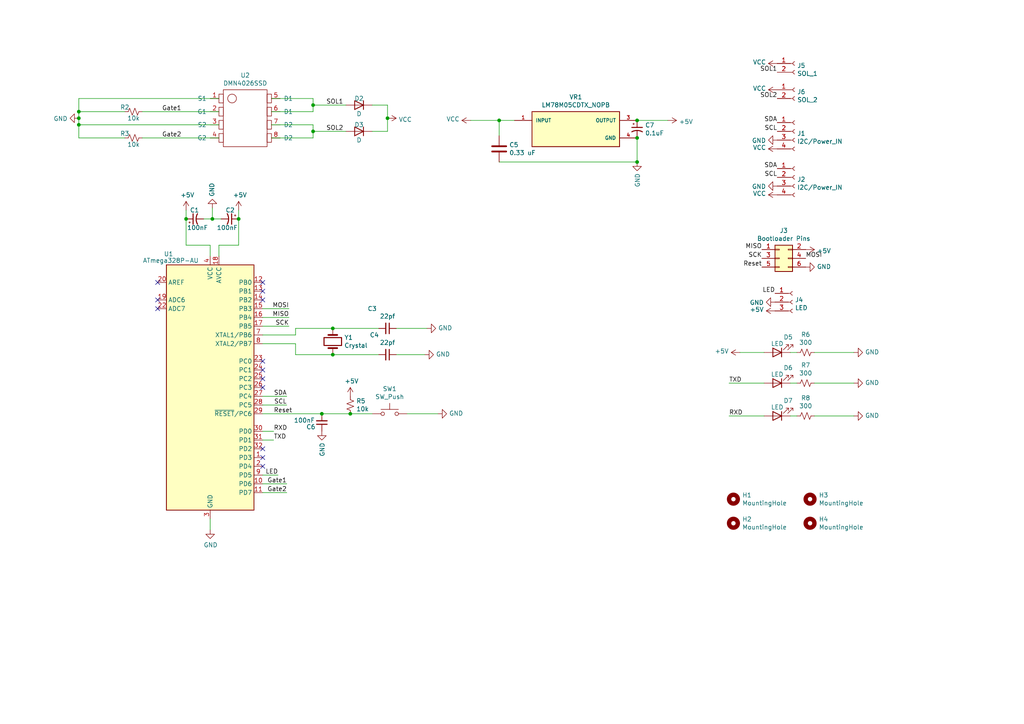
<source format=kicad_sch>
(kicad_sch (version 20211123) (generator eeschema)

  (uuid a15a7506-eae4-4933-84da-9ad754258706)

  (paper "A4")

  (lib_symbols
    (symbol "Connector:Conn_01x02_Female" (pin_names (offset 1.016) hide) (in_bom yes) (on_board yes)
      (property "Reference" "J" (id 0) (at 0 2.54 0)
        (effects (font (size 1.27 1.27)))
      )
      (property "Value" "Conn_01x02_Female" (id 1) (at 0 -5.08 0)
        (effects (font (size 1.27 1.27)))
      )
      (property "Footprint" "" (id 2) (at 0 0 0)
        (effects (font (size 1.27 1.27)) hide)
      )
      (property "Datasheet" "~" (id 3) (at 0 0 0)
        (effects (font (size 1.27 1.27)) hide)
      )
      (property "ki_keywords" "connector" (id 4) (at 0 0 0)
        (effects (font (size 1.27 1.27)) hide)
      )
      (property "ki_description" "Generic connector, single row, 01x02, script generated (kicad-library-utils/schlib/autogen/connector/)" (id 5) (at 0 0 0)
        (effects (font (size 1.27 1.27)) hide)
      )
      (property "ki_fp_filters" "Connector*:*_1x??_*" (id 6) (at 0 0 0)
        (effects (font (size 1.27 1.27)) hide)
      )
      (symbol "Conn_01x02_Female_1_1"
        (arc (start 0 -2.032) (mid -0.508 -2.54) (end 0 -3.048)
          (stroke (width 0.1524) (type default) (color 0 0 0 0))
          (fill (type none))
        )
        (polyline
          (pts
            (xy -1.27 -2.54)
            (xy -0.508 -2.54)
          )
          (stroke (width 0.1524) (type default) (color 0 0 0 0))
          (fill (type none))
        )
        (polyline
          (pts
            (xy -1.27 0)
            (xy -0.508 0)
          )
          (stroke (width 0.1524) (type default) (color 0 0 0 0))
          (fill (type none))
        )
        (arc (start 0 0.508) (mid -0.508 0) (end 0 -0.508)
          (stroke (width 0.1524) (type default) (color 0 0 0 0))
          (fill (type none))
        )
        (pin passive line (at -5.08 0 0) (length 3.81)
          (name "Pin_1" (effects (font (size 1.27 1.27))))
          (number "1" (effects (font (size 1.27 1.27))))
        )
        (pin passive line (at -5.08 -2.54 0) (length 3.81)
          (name "Pin_2" (effects (font (size 1.27 1.27))))
          (number "2" (effects (font (size 1.27 1.27))))
        )
      )
    )
    (symbol "Connector:Conn_01x03_Female" (pin_names (offset 1.016) hide) (in_bom yes) (on_board yes)
      (property "Reference" "J" (id 0) (at 0 5.08 0)
        (effects (font (size 1.27 1.27)))
      )
      (property "Value" "Conn_01x03_Female" (id 1) (at 0 -5.08 0)
        (effects (font (size 1.27 1.27)))
      )
      (property "Footprint" "" (id 2) (at 0 0 0)
        (effects (font (size 1.27 1.27)) hide)
      )
      (property "Datasheet" "~" (id 3) (at 0 0 0)
        (effects (font (size 1.27 1.27)) hide)
      )
      (property "ki_keywords" "connector" (id 4) (at 0 0 0)
        (effects (font (size 1.27 1.27)) hide)
      )
      (property "ki_description" "Generic connector, single row, 01x03, script generated (kicad-library-utils/schlib/autogen/connector/)" (id 5) (at 0 0 0)
        (effects (font (size 1.27 1.27)) hide)
      )
      (property "ki_fp_filters" "Connector*:*_1x??_*" (id 6) (at 0 0 0)
        (effects (font (size 1.27 1.27)) hide)
      )
      (symbol "Conn_01x03_Female_1_1"
        (arc (start 0 -2.032) (mid -0.508 -2.54) (end 0 -3.048)
          (stroke (width 0.1524) (type default) (color 0 0 0 0))
          (fill (type none))
        )
        (polyline
          (pts
            (xy -1.27 -2.54)
            (xy -0.508 -2.54)
          )
          (stroke (width 0.1524) (type default) (color 0 0 0 0))
          (fill (type none))
        )
        (polyline
          (pts
            (xy -1.27 0)
            (xy -0.508 0)
          )
          (stroke (width 0.1524) (type default) (color 0 0 0 0))
          (fill (type none))
        )
        (polyline
          (pts
            (xy -1.27 2.54)
            (xy -0.508 2.54)
          )
          (stroke (width 0.1524) (type default) (color 0 0 0 0))
          (fill (type none))
        )
        (arc (start 0 0.508) (mid -0.508 0) (end 0 -0.508)
          (stroke (width 0.1524) (type default) (color 0 0 0 0))
          (fill (type none))
        )
        (arc (start 0 3.048) (mid -0.508 2.54) (end 0 2.032)
          (stroke (width 0.1524) (type default) (color 0 0 0 0))
          (fill (type none))
        )
        (pin passive line (at -5.08 2.54 0) (length 3.81)
          (name "Pin_1" (effects (font (size 1.27 1.27))))
          (number "1" (effects (font (size 1.27 1.27))))
        )
        (pin passive line (at -5.08 0 0) (length 3.81)
          (name "Pin_2" (effects (font (size 1.27 1.27))))
          (number "2" (effects (font (size 1.27 1.27))))
        )
        (pin passive line (at -5.08 -2.54 0) (length 3.81)
          (name "Pin_3" (effects (font (size 1.27 1.27))))
          (number "3" (effects (font (size 1.27 1.27))))
        )
      )
    )
    (symbol "Connector:Conn_01x04_Female" (pin_names (offset 1.016) hide) (in_bom yes) (on_board yes)
      (property "Reference" "J" (id 0) (at 0 5.08 0)
        (effects (font (size 1.27 1.27)))
      )
      (property "Value" "Conn_01x04_Female" (id 1) (at 0 -7.62 0)
        (effects (font (size 1.27 1.27)))
      )
      (property "Footprint" "" (id 2) (at 0 0 0)
        (effects (font (size 1.27 1.27)) hide)
      )
      (property "Datasheet" "~" (id 3) (at 0 0 0)
        (effects (font (size 1.27 1.27)) hide)
      )
      (property "ki_keywords" "connector" (id 4) (at 0 0 0)
        (effects (font (size 1.27 1.27)) hide)
      )
      (property "ki_description" "Generic connector, single row, 01x04, script generated (kicad-library-utils/schlib/autogen/connector/)" (id 5) (at 0 0 0)
        (effects (font (size 1.27 1.27)) hide)
      )
      (property "ki_fp_filters" "Connector*:*_1x??_*" (id 6) (at 0 0 0)
        (effects (font (size 1.27 1.27)) hide)
      )
      (symbol "Conn_01x04_Female_1_1"
        (arc (start 0 -4.572) (mid -0.508 -5.08) (end 0 -5.588)
          (stroke (width 0.1524) (type default) (color 0 0 0 0))
          (fill (type none))
        )
        (arc (start 0 -2.032) (mid -0.508 -2.54) (end 0 -3.048)
          (stroke (width 0.1524) (type default) (color 0 0 0 0))
          (fill (type none))
        )
        (polyline
          (pts
            (xy -1.27 -5.08)
            (xy -0.508 -5.08)
          )
          (stroke (width 0.1524) (type default) (color 0 0 0 0))
          (fill (type none))
        )
        (polyline
          (pts
            (xy -1.27 -2.54)
            (xy -0.508 -2.54)
          )
          (stroke (width 0.1524) (type default) (color 0 0 0 0))
          (fill (type none))
        )
        (polyline
          (pts
            (xy -1.27 0)
            (xy -0.508 0)
          )
          (stroke (width 0.1524) (type default) (color 0 0 0 0))
          (fill (type none))
        )
        (polyline
          (pts
            (xy -1.27 2.54)
            (xy -0.508 2.54)
          )
          (stroke (width 0.1524) (type default) (color 0 0 0 0))
          (fill (type none))
        )
        (arc (start 0 0.508) (mid -0.508 0) (end 0 -0.508)
          (stroke (width 0.1524) (type default) (color 0 0 0 0))
          (fill (type none))
        )
        (arc (start 0 3.048) (mid -0.508 2.54) (end 0 2.032)
          (stroke (width 0.1524) (type default) (color 0 0 0 0))
          (fill (type none))
        )
        (pin passive line (at -5.08 2.54 0) (length 3.81)
          (name "Pin_1" (effects (font (size 1.27 1.27))))
          (number "1" (effects (font (size 1.27 1.27))))
        )
        (pin passive line (at -5.08 0 0) (length 3.81)
          (name "Pin_2" (effects (font (size 1.27 1.27))))
          (number "2" (effects (font (size 1.27 1.27))))
        )
        (pin passive line (at -5.08 -2.54 0) (length 3.81)
          (name "Pin_3" (effects (font (size 1.27 1.27))))
          (number "3" (effects (font (size 1.27 1.27))))
        )
        (pin passive line (at -5.08 -5.08 0) (length 3.81)
          (name "Pin_4" (effects (font (size 1.27 1.27))))
          (number "4" (effects (font (size 1.27 1.27))))
        )
      )
    )
    (symbol "Connector_Generic:Conn_02x03_Odd_Even" (pin_names (offset 1.016) hide) (in_bom yes) (on_board yes)
      (property "Reference" "J" (id 0) (at 1.27 5.08 0)
        (effects (font (size 1.27 1.27)))
      )
      (property "Value" "Conn_02x03_Odd_Even" (id 1) (at 1.27 -5.08 0)
        (effects (font (size 1.27 1.27)))
      )
      (property "Footprint" "" (id 2) (at 0 0 0)
        (effects (font (size 1.27 1.27)) hide)
      )
      (property "Datasheet" "~" (id 3) (at 0 0 0)
        (effects (font (size 1.27 1.27)) hide)
      )
      (property "ki_keywords" "connector" (id 4) (at 0 0 0)
        (effects (font (size 1.27 1.27)) hide)
      )
      (property "ki_description" "Generic connector, double row, 02x03, odd/even pin numbering scheme (row 1 odd numbers, row 2 even numbers), script generated (kicad-library-utils/schlib/autogen/connector/)" (id 5) (at 0 0 0)
        (effects (font (size 1.27 1.27)) hide)
      )
      (property "ki_fp_filters" "Connector*:*_2x??_*" (id 6) (at 0 0 0)
        (effects (font (size 1.27 1.27)) hide)
      )
      (symbol "Conn_02x03_Odd_Even_1_1"
        (rectangle (start -1.27 -2.413) (end 0 -2.667)
          (stroke (width 0.1524) (type default) (color 0 0 0 0))
          (fill (type none))
        )
        (rectangle (start -1.27 0.127) (end 0 -0.127)
          (stroke (width 0.1524) (type default) (color 0 0 0 0))
          (fill (type none))
        )
        (rectangle (start -1.27 2.667) (end 0 2.413)
          (stroke (width 0.1524) (type default) (color 0 0 0 0))
          (fill (type none))
        )
        (rectangle (start -1.27 3.81) (end 3.81 -3.81)
          (stroke (width 0.254) (type default) (color 0 0 0 0))
          (fill (type background))
        )
        (rectangle (start 3.81 -2.413) (end 2.54 -2.667)
          (stroke (width 0.1524) (type default) (color 0 0 0 0))
          (fill (type none))
        )
        (rectangle (start 3.81 0.127) (end 2.54 -0.127)
          (stroke (width 0.1524) (type default) (color 0 0 0 0))
          (fill (type none))
        )
        (rectangle (start 3.81 2.667) (end 2.54 2.413)
          (stroke (width 0.1524) (type default) (color 0 0 0 0))
          (fill (type none))
        )
        (pin passive line (at -5.08 2.54 0) (length 3.81)
          (name "Pin_1" (effects (font (size 1.27 1.27))))
          (number "1" (effects (font (size 1.27 1.27))))
        )
        (pin passive line (at 7.62 2.54 180) (length 3.81)
          (name "Pin_2" (effects (font (size 1.27 1.27))))
          (number "2" (effects (font (size 1.27 1.27))))
        )
        (pin passive line (at -5.08 0 0) (length 3.81)
          (name "Pin_3" (effects (font (size 1.27 1.27))))
          (number "3" (effects (font (size 1.27 1.27))))
        )
        (pin passive line (at 7.62 0 180) (length 3.81)
          (name "Pin_4" (effects (font (size 1.27 1.27))))
          (number "4" (effects (font (size 1.27 1.27))))
        )
        (pin passive line (at -5.08 -2.54 0) (length 3.81)
          (name "Pin_5" (effects (font (size 1.27 1.27))))
          (number "5" (effects (font (size 1.27 1.27))))
        )
        (pin passive line (at 7.62 -2.54 180) (length 3.81)
          (name "Pin_6" (effects (font (size 1.27 1.27))))
          (number "6" (effects (font (size 1.27 1.27))))
        )
      )
    )
    (symbol "Device:C" (pin_numbers hide) (pin_names (offset 0.254)) (in_bom yes) (on_board yes)
      (property "Reference" "C" (id 0) (at 0.635 2.54 0)
        (effects (font (size 1.27 1.27)) (justify left))
      )
      (property "Value" "C" (id 1) (at 0.635 -2.54 0)
        (effects (font (size 1.27 1.27)) (justify left))
      )
      (property "Footprint" "" (id 2) (at 0.9652 -3.81 0)
        (effects (font (size 1.27 1.27)) hide)
      )
      (property "Datasheet" "~" (id 3) (at 0 0 0)
        (effects (font (size 1.27 1.27)) hide)
      )
      (property "ki_keywords" "cap capacitor" (id 4) (at 0 0 0)
        (effects (font (size 1.27 1.27)) hide)
      )
      (property "ki_description" "Unpolarized capacitor" (id 5) (at 0 0 0)
        (effects (font (size 1.27 1.27)) hide)
      )
      (property "ki_fp_filters" "C_*" (id 6) (at 0 0 0)
        (effects (font (size 1.27 1.27)) hide)
      )
      (symbol "C_0_1"
        (polyline
          (pts
            (xy -2.032 -0.762)
            (xy 2.032 -0.762)
          )
          (stroke (width 0.508) (type default) (color 0 0 0 0))
          (fill (type none))
        )
        (polyline
          (pts
            (xy -2.032 0.762)
            (xy 2.032 0.762)
          )
          (stroke (width 0.508) (type default) (color 0 0 0 0))
          (fill (type none))
        )
      )
      (symbol "C_1_1"
        (pin passive line (at 0 3.81 270) (length 2.794)
          (name "~" (effects (font (size 1.27 1.27))))
          (number "1" (effects (font (size 1.27 1.27))))
        )
        (pin passive line (at 0 -3.81 90) (length 2.794)
          (name "~" (effects (font (size 1.27 1.27))))
          (number "2" (effects (font (size 1.27 1.27))))
        )
      )
    )
    (symbol "Device:CP1_Small" (pin_numbers hide) (pin_names (offset 0.254) hide) (in_bom yes) (on_board yes)
      (property "Reference" "C" (id 0) (at 0.254 1.778 0)
        (effects (font (size 1.27 1.27)) (justify left))
      )
      (property "Value" "Device_CP1_Small" (id 1) (at 0.254 -2.032 0)
        (effects (font (size 1.27 1.27)) (justify left))
      )
      (property "Footprint" "" (id 2) (at 0 0 0)
        (effects (font (size 1.27 1.27)) hide)
      )
      (property "Datasheet" "" (id 3) (at 0 0 0)
        (effects (font (size 1.27 1.27)) hide)
      )
      (property "ki_fp_filters" "CP_*" (id 4) (at 0 0 0)
        (effects (font (size 1.27 1.27)) hide)
      )
      (symbol "CP1_Small_0_1"
        (polyline
          (pts
            (xy -1.524 0.508)
            (xy 1.524 0.508)
          )
          (stroke (width 0.3048) (type default) (color 0 0 0 0))
          (fill (type none))
        )
        (polyline
          (pts
            (xy -1.27 1.524)
            (xy -0.762 1.524)
          )
          (stroke (width 0) (type default) (color 0 0 0 0))
          (fill (type none))
        )
        (polyline
          (pts
            (xy -1.016 1.27)
            (xy -1.016 1.778)
          )
          (stroke (width 0) (type default) (color 0 0 0 0))
          (fill (type none))
        )
        (arc (start 1.524 -0.762) (mid 0 -0.3734) (end -1.524 -0.762)
          (stroke (width 0.3048) (type default) (color 0 0 0 0))
          (fill (type none))
        )
      )
      (symbol "CP1_Small_1_1"
        (pin passive line (at 0 2.54 270) (length 2.032)
          (name "~" (effects (font (size 1.27 1.27))))
          (number "1" (effects (font (size 1.27 1.27))))
        )
        (pin passive line (at 0 -2.54 90) (length 2.032)
          (name "~" (effects (font (size 1.27 1.27))))
          (number "2" (effects (font (size 1.27 1.27))))
        )
      )
    )
    (symbol "Device:C_Small" (pin_numbers hide) (pin_names (offset 0.254) hide) (in_bom yes) (on_board yes)
      (property "Reference" "C" (id 0) (at 0.254 1.778 0)
        (effects (font (size 1.27 1.27)) (justify left))
      )
      (property "Value" "C_Small" (id 1) (at 0.254 -2.032 0)
        (effects (font (size 1.27 1.27)) (justify left))
      )
      (property "Footprint" "" (id 2) (at 0 0 0)
        (effects (font (size 1.27 1.27)) hide)
      )
      (property "Datasheet" "~" (id 3) (at 0 0 0)
        (effects (font (size 1.27 1.27)) hide)
      )
      (property "ki_keywords" "capacitor cap" (id 4) (at 0 0 0)
        (effects (font (size 1.27 1.27)) hide)
      )
      (property "ki_description" "Unpolarized capacitor, small symbol" (id 5) (at 0 0 0)
        (effects (font (size 1.27 1.27)) hide)
      )
      (property "ki_fp_filters" "C_*" (id 6) (at 0 0 0)
        (effects (font (size 1.27 1.27)) hide)
      )
      (symbol "C_Small_0_1"
        (polyline
          (pts
            (xy -1.524 -0.508)
            (xy 1.524 -0.508)
          )
          (stroke (width 0.3302) (type default) (color 0 0 0 0))
          (fill (type none))
        )
        (polyline
          (pts
            (xy -1.524 0.508)
            (xy 1.524 0.508)
          )
          (stroke (width 0.3048) (type default) (color 0 0 0 0))
          (fill (type none))
        )
      )
      (symbol "C_Small_1_1"
        (pin passive line (at 0 2.54 270) (length 2.032)
          (name "~" (effects (font (size 1.27 1.27))))
          (number "1" (effects (font (size 1.27 1.27))))
        )
        (pin passive line (at 0 -2.54 90) (length 2.032)
          (name "~" (effects (font (size 1.27 1.27))))
          (number "2" (effects (font (size 1.27 1.27))))
        )
      )
    )
    (symbol "Device:Crystal" (pin_numbers hide) (pin_names (offset 1.016) hide) (in_bom yes) (on_board yes)
      (property "Reference" "Y" (id 0) (at 0 3.81 0)
        (effects (font (size 1.27 1.27)))
      )
      (property "Value" "Crystal" (id 1) (at 0 -3.81 0)
        (effects (font (size 1.27 1.27)))
      )
      (property "Footprint" "" (id 2) (at 0 0 0)
        (effects (font (size 1.27 1.27)) hide)
      )
      (property "Datasheet" "~" (id 3) (at 0 0 0)
        (effects (font (size 1.27 1.27)) hide)
      )
      (property "ki_keywords" "quartz ceramic resonator oscillator" (id 4) (at 0 0 0)
        (effects (font (size 1.27 1.27)) hide)
      )
      (property "ki_description" "Two pin crystal" (id 5) (at 0 0 0)
        (effects (font (size 1.27 1.27)) hide)
      )
      (property "ki_fp_filters" "Crystal*" (id 6) (at 0 0 0)
        (effects (font (size 1.27 1.27)) hide)
      )
      (symbol "Crystal_0_1"
        (rectangle (start -1.143 2.54) (end 1.143 -2.54)
          (stroke (width 0.3048) (type default) (color 0 0 0 0))
          (fill (type none))
        )
        (polyline
          (pts
            (xy -2.54 0)
            (xy -1.905 0)
          )
          (stroke (width 0) (type default) (color 0 0 0 0))
          (fill (type none))
        )
        (polyline
          (pts
            (xy -1.905 -1.27)
            (xy -1.905 1.27)
          )
          (stroke (width 0.508) (type default) (color 0 0 0 0))
          (fill (type none))
        )
        (polyline
          (pts
            (xy 1.905 -1.27)
            (xy 1.905 1.27)
          )
          (stroke (width 0.508) (type default) (color 0 0 0 0))
          (fill (type none))
        )
        (polyline
          (pts
            (xy 2.54 0)
            (xy 1.905 0)
          )
          (stroke (width 0) (type default) (color 0 0 0 0))
          (fill (type none))
        )
      )
      (symbol "Crystal_1_1"
        (pin passive line (at -3.81 0 0) (length 1.27)
          (name "1" (effects (font (size 1.27 1.27))))
          (number "1" (effects (font (size 1.27 1.27))))
        )
        (pin passive line (at 3.81 0 180) (length 1.27)
          (name "2" (effects (font (size 1.27 1.27))))
          (number "2" (effects (font (size 1.27 1.27))))
        )
      )
    )
    (symbol "Device:D" (pin_numbers hide) (pin_names (offset 1.016) hide) (in_bom yes) (on_board yes)
      (property "Reference" "D" (id 0) (at 0 2.54 0)
        (effects (font (size 1.27 1.27)))
      )
      (property "Value" "D" (id 1) (at 0 -2.54 0)
        (effects (font (size 1.27 1.27)))
      )
      (property "Footprint" "" (id 2) (at 0 0 0)
        (effects (font (size 1.27 1.27)) hide)
      )
      (property "Datasheet" "~" (id 3) (at 0 0 0)
        (effects (font (size 1.27 1.27)) hide)
      )
      (property "ki_keywords" "diode" (id 4) (at 0 0 0)
        (effects (font (size 1.27 1.27)) hide)
      )
      (property "ki_description" "Diode" (id 5) (at 0 0 0)
        (effects (font (size 1.27 1.27)) hide)
      )
      (property "ki_fp_filters" "TO-???* *_Diode_* *SingleDiode* D_*" (id 6) (at 0 0 0)
        (effects (font (size 1.27 1.27)) hide)
      )
      (symbol "D_0_1"
        (polyline
          (pts
            (xy -1.27 1.27)
            (xy -1.27 -1.27)
          )
          (stroke (width 0.254) (type default) (color 0 0 0 0))
          (fill (type none))
        )
        (polyline
          (pts
            (xy 1.27 0)
            (xy -1.27 0)
          )
          (stroke (width 0) (type default) (color 0 0 0 0))
          (fill (type none))
        )
        (polyline
          (pts
            (xy 1.27 1.27)
            (xy 1.27 -1.27)
            (xy -1.27 0)
            (xy 1.27 1.27)
          )
          (stroke (width 0.254) (type default) (color 0 0 0 0))
          (fill (type none))
        )
      )
      (symbol "D_1_1"
        (pin passive line (at -3.81 0 0) (length 2.54)
          (name "K" (effects (font (size 1.27 1.27))))
          (number "1" (effects (font (size 1.27 1.27))))
        )
        (pin passive line (at 3.81 0 180) (length 2.54)
          (name "A" (effects (font (size 1.27 1.27))))
          (number "2" (effects (font (size 1.27 1.27))))
        )
      )
    )
    (symbol "Device:LED" (pin_numbers hide) (pin_names (offset 1.016) hide) (in_bom yes) (on_board yes)
      (property "Reference" "D" (id 0) (at 0 2.54 0)
        (effects (font (size 1.27 1.27)))
      )
      (property "Value" "LED" (id 1) (at 0 -2.54 0)
        (effects (font (size 1.27 1.27)))
      )
      (property "Footprint" "" (id 2) (at 0 0 0)
        (effects (font (size 1.27 1.27)) hide)
      )
      (property "Datasheet" "~" (id 3) (at 0 0 0)
        (effects (font (size 1.27 1.27)) hide)
      )
      (property "ki_keywords" "LED diode" (id 4) (at 0 0 0)
        (effects (font (size 1.27 1.27)) hide)
      )
      (property "ki_description" "Light emitting diode" (id 5) (at 0 0 0)
        (effects (font (size 1.27 1.27)) hide)
      )
      (property "ki_fp_filters" "LED* LED_SMD:* LED_THT:*" (id 6) (at 0 0 0)
        (effects (font (size 1.27 1.27)) hide)
      )
      (symbol "LED_0_1"
        (polyline
          (pts
            (xy -1.27 -1.27)
            (xy -1.27 1.27)
          )
          (stroke (width 0.254) (type default) (color 0 0 0 0))
          (fill (type none))
        )
        (polyline
          (pts
            (xy -1.27 0)
            (xy 1.27 0)
          )
          (stroke (width 0) (type default) (color 0 0 0 0))
          (fill (type none))
        )
        (polyline
          (pts
            (xy 1.27 -1.27)
            (xy 1.27 1.27)
            (xy -1.27 0)
            (xy 1.27 -1.27)
          )
          (stroke (width 0.254) (type default) (color 0 0 0 0))
          (fill (type none))
        )
        (polyline
          (pts
            (xy -3.048 -0.762)
            (xy -4.572 -2.286)
            (xy -3.81 -2.286)
            (xy -4.572 -2.286)
            (xy -4.572 -1.524)
          )
          (stroke (width 0) (type default) (color 0 0 0 0))
          (fill (type none))
        )
        (polyline
          (pts
            (xy -1.778 -0.762)
            (xy -3.302 -2.286)
            (xy -2.54 -2.286)
            (xy -3.302 -2.286)
            (xy -3.302 -1.524)
          )
          (stroke (width 0) (type default) (color 0 0 0 0))
          (fill (type none))
        )
      )
      (symbol "LED_1_1"
        (pin passive line (at -3.81 0 0) (length 2.54)
          (name "K" (effects (font (size 1.27 1.27))))
          (number "1" (effects (font (size 1.27 1.27))))
        )
        (pin passive line (at 3.81 0 180) (length 2.54)
          (name "A" (effects (font (size 1.27 1.27))))
          (number "2" (effects (font (size 1.27 1.27))))
        )
      )
    )
    (symbol "Device:R_Small_US" (pin_numbers hide) (pin_names (offset 0.254) hide) (in_bom yes) (on_board yes)
      (property "Reference" "R" (id 0) (at 0.762 0.508 0)
        (effects (font (size 1.27 1.27)) (justify left))
      )
      (property "Value" "R_Small_US" (id 1) (at 0.762 -1.016 0)
        (effects (font (size 1.27 1.27)) (justify left))
      )
      (property "Footprint" "" (id 2) (at 0 0 0)
        (effects (font (size 1.27 1.27)) hide)
      )
      (property "Datasheet" "~" (id 3) (at 0 0 0)
        (effects (font (size 1.27 1.27)) hide)
      )
      (property "ki_keywords" "r resistor" (id 4) (at 0 0 0)
        (effects (font (size 1.27 1.27)) hide)
      )
      (property "ki_description" "Resistor, small US symbol" (id 5) (at 0 0 0)
        (effects (font (size 1.27 1.27)) hide)
      )
      (property "ki_fp_filters" "R_*" (id 6) (at 0 0 0)
        (effects (font (size 1.27 1.27)) hide)
      )
      (symbol "R_Small_US_1_1"
        (polyline
          (pts
            (xy 0 0)
            (xy 1.016 -0.381)
            (xy 0 -0.762)
            (xy -1.016 -1.143)
            (xy 0 -1.524)
          )
          (stroke (width 0) (type default) (color 0 0 0 0))
          (fill (type none))
        )
        (polyline
          (pts
            (xy 0 1.524)
            (xy 1.016 1.143)
            (xy 0 0.762)
            (xy -1.016 0.381)
            (xy 0 0)
          )
          (stroke (width 0) (type default) (color 0 0 0 0))
          (fill (type none))
        )
        (pin passive line (at 0 2.54 270) (length 1.016)
          (name "~" (effects (font (size 1.27 1.27))))
          (number "1" (effects (font (size 1.27 1.27))))
        )
        (pin passive line (at 0 -2.54 90) (length 1.016)
          (name "~" (effects (font (size 1.27 1.27))))
          (number "2" (effects (font (size 1.27 1.27))))
        )
      )
    )
    (symbol "LM78M05CDTX_NOPB:LM78M05CDTX_NOPB" (pin_names (offset 1.016)) (in_bom yes) (on_board yes)
      (property "Reference" "VR" (id 0) (at -12.7 5.842 0)
        (effects (font (size 1.27 1.27)) (justify left bottom))
      )
      (property "Value" "LM78M05CDTX_NOPB_LM78M05CDTX_NOPB" (id 1) (at -12.7 -5.842 0)
        (effects (font (size 1.27 1.27)) (justify left bottom))
      )
      (property "Footprint" "TO228P991X255-3N" (id 2) (at 0 0 0)
        (effects (font (size 1.27 1.27)) (justify left bottom) hide)
      )
      (property "Datasheet" "" (id 3) (at 0 0 0)
        (effects (font (size 1.27 1.27)) (justify left bottom) hide)
      )
      (property "SNAPEDA_PACKAGE_ID" "102662" (id 4) (at 0 0 0)
        (effects (font (size 1.27 1.27)) (justify left bottom) hide)
      )
      (property "STANDARD" "IPC-7351B" (id 5) (at 0 0 0)
        (effects (font (size 1.27 1.27)) (justify left bottom) hide)
      )
      (property "PARTREV" "G" (id 6) (at 0 0 0)
        (effects (font (size 1.27 1.27)) (justify left bottom) hide)
      )
      (property "MANUFACTURER" "Texas Instruments" (id 7) (at 0 0 0)
        (effects (font (size 1.27 1.27)) (justify left bottom) hide)
      )
      (property "MAXIMUM_PACKAGE_HEIGHT" "2.55mm" (id 8) (at 0 0 0)
        (effects (font (size 1.27 1.27)) (justify left bottom) hide)
      )
      (property "ki_locked" "" (id 9) (at 0 0 0)
        (effects (font (size 1.27 1.27)))
      )
      (symbol "LM78M05CDTX_NOPB_0_0"
        (rectangle (start -12.7 -5.08) (end 12.7 5.08)
          (stroke (width 0.254) (type default) (color 0 0 0 0))
          (fill (type background))
        )
        (pin input line (at -17.78 2.54 0) (length 5.08)
          (name "INPUT" (effects (font (size 1.016 1.016))))
          (number "1" (effects (font (size 1.016 1.016))))
        )
        (pin output line (at 17.78 2.54 180) (length 5.08)
          (name "OUTPUT" (effects (font (size 1.016 1.016))))
          (number "3" (effects (font (size 1.016 1.016))))
        )
        (pin power_in line (at 17.78 -2.54 180) (length 5.08)
          (name "GND" (effects (font (size 1.016 1.016))))
          (number "4" (effects (font (size 1.016 1.016))))
        )
      )
    )
    (symbol "MCU_Microchip_ATmega:ATmega328P-AU" (in_bom yes) (on_board yes)
      (property "Reference" "U" (id 0) (at -12.7 36.83 0)
        (effects (font (size 1.27 1.27)) (justify left bottom))
      )
      (property "Value" "MCU_Microchip_ATmega_ATmega328P-AU" (id 1) (at 2.54 -36.83 0)
        (effects (font (size 1.27 1.27)) (justify left top))
      )
      (property "Footprint" "Package_QFP:TQFP-32_7x7mm_P0.8mm" (id 2) (at 0 0 0)
        (effects (font (size 1.27 1.27) italic) hide)
      )
      (property "Datasheet" "" (id 3) (at 0 0 0)
        (effects (font (size 1.27 1.27)) hide)
      )
      (property "ki_fp_filters" "TQFP*7x7mm*P0.8mm*" (id 4) (at 0 0 0)
        (effects (font (size 1.27 1.27)) hide)
      )
      (symbol "ATmega328P-AU_0_1"
        (rectangle (start -12.7 -35.56) (end 12.7 35.56)
          (stroke (width 0.254) (type default) (color 0 0 0 0))
          (fill (type background))
        )
      )
      (symbol "ATmega328P-AU_1_1"
        (pin bidirectional line (at 15.24 -20.32 180) (length 2.54)
          (name "PD3" (effects (font (size 1.27 1.27))))
          (number "1" (effects (font (size 1.27 1.27))))
        )
        (pin bidirectional line (at 15.24 -27.94 180) (length 2.54)
          (name "PD6" (effects (font (size 1.27 1.27))))
          (number "10" (effects (font (size 1.27 1.27))))
        )
        (pin bidirectional line (at 15.24 -30.48 180) (length 2.54)
          (name "PD7" (effects (font (size 1.27 1.27))))
          (number "11" (effects (font (size 1.27 1.27))))
        )
        (pin bidirectional line (at 15.24 30.48 180) (length 2.54)
          (name "PB0" (effects (font (size 1.27 1.27))))
          (number "12" (effects (font (size 1.27 1.27))))
        )
        (pin bidirectional line (at 15.24 27.94 180) (length 2.54)
          (name "PB1" (effects (font (size 1.27 1.27))))
          (number "13" (effects (font (size 1.27 1.27))))
        )
        (pin bidirectional line (at 15.24 25.4 180) (length 2.54)
          (name "PB2" (effects (font (size 1.27 1.27))))
          (number "14" (effects (font (size 1.27 1.27))))
        )
        (pin bidirectional line (at 15.24 22.86 180) (length 2.54)
          (name "PB3" (effects (font (size 1.27 1.27))))
          (number "15" (effects (font (size 1.27 1.27))))
        )
        (pin bidirectional line (at 15.24 20.32 180) (length 2.54)
          (name "PB4" (effects (font (size 1.27 1.27))))
          (number "16" (effects (font (size 1.27 1.27))))
        )
        (pin bidirectional line (at 15.24 17.78 180) (length 2.54)
          (name "PB5" (effects (font (size 1.27 1.27))))
          (number "17" (effects (font (size 1.27 1.27))))
        )
        (pin power_in line (at 2.54 38.1 270) (length 2.54)
          (name "AVCC" (effects (font (size 1.27 1.27))))
          (number "18" (effects (font (size 1.27 1.27))))
        )
        (pin input line (at -15.24 25.4 0) (length 2.54)
          (name "ADC6" (effects (font (size 1.27 1.27))))
          (number "19" (effects (font (size 1.27 1.27))))
        )
        (pin bidirectional line (at 15.24 -22.86 180) (length 2.54)
          (name "PD4" (effects (font (size 1.27 1.27))))
          (number "2" (effects (font (size 1.27 1.27))))
        )
        (pin passive line (at -15.24 30.48 0) (length 2.54)
          (name "AREF" (effects (font (size 1.27 1.27))))
          (number "20" (effects (font (size 1.27 1.27))))
        )
        (pin passive line (at 0 -38.1 90) (length 2.54) hide
          (name "GND" (effects (font (size 1.27 1.27))))
          (number "21" (effects (font (size 1.27 1.27))))
        )
        (pin input line (at -15.24 22.86 0) (length 2.54)
          (name "ADC7" (effects (font (size 1.27 1.27))))
          (number "22" (effects (font (size 1.27 1.27))))
        )
        (pin bidirectional line (at 15.24 7.62 180) (length 2.54)
          (name "PC0" (effects (font (size 1.27 1.27))))
          (number "23" (effects (font (size 1.27 1.27))))
        )
        (pin bidirectional line (at 15.24 5.08 180) (length 2.54)
          (name "PC1" (effects (font (size 1.27 1.27))))
          (number "24" (effects (font (size 1.27 1.27))))
        )
        (pin bidirectional line (at 15.24 2.54 180) (length 2.54)
          (name "PC2" (effects (font (size 1.27 1.27))))
          (number "25" (effects (font (size 1.27 1.27))))
        )
        (pin bidirectional line (at 15.24 0 180) (length 2.54)
          (name "PC3" (effects (font (size 1.27 1.27))))
          (number "26" (effects (font (size 1.27 1.27))))
        )
        (pin bidirectional line (at 15.24 -2.54 180) (length 2.54)
          (name "PC4" (effects (font (size 1.27 1.27))))
          (number "27" (effects (font (size 1.27 1.27))))
        )
        (pin bidirectional line (at 15.24 -5.08 180) (length 2.54)
          (name "PC5" (effects (font (size 1.27 1.27))))
          (number "28" (effects (font (size 1.27 1.27))))
        )
        (pin bidirectional line (at 15.24 -7.62 180) (length 2.54)
          (name "~{RESET}/PC6" (effects (font (size 1.27 1.27))))
          (number "29" (effects (font (size 1.27 1.27))))
        )
        (pin power_in line (at 0 -38.1 90) (length 2.54)
          (name "GND" (effects (font (size 1.27 1.27))))
          (number "3" (effects (font (size 1.27 1.27))))
        )
        (pin bidirectional line (at 15.24 -12.7 180) (length 2.54)
          (name "PD0" (effects (font (size 1.27 1.27))))
          (number "30" (effects (font (size 1.27 1.27))))
        )
        (pin bidirectional line (at 15.24 -15.24 180) (length 2.54)
          (name "PD1" (effects (font (size 1.27 1.27))))
          (number "31" (effects (font (size 1.27 1.27))))
        )
        (pin bidirectional line (at 15.24 -17.78 180) (length 2.54)
          (name "PD2" (effects (font (size 1.27 1.27))))
          (number "32" (effects (font (size 1.27 1.27))))
        )
        (pin power_in line (at 0 38.1 270) (length 2.54)
          (name "VCC" (effects (font (size 1.27 1.27))))
          (number "4" (effects (font (size 1.27 1.27))))
        )
        (pin passive line (at 0 -38.1 90) (length 2.54) hide
          (name "GND" (effects (font (size 1.27 1.27))))
          (number "5" (effects (font (size 1.27 1.27))))
        )
        (pin passive line (at 0 38.1 270) (length 2.54) hide
          (name "VCC" (effects (font (size 1.27 1.27))))
          (number "6" (effects (font (size 1.27 1.27))))
        )
        (pin bidirectional line (at 15.24 15.24 180) (length 2.54)
          (name "XTAL1/PB6" (effects (font (size 1.27 1.27))))
          (number "7" (effects (font (size 1.27 1.27))))
        )
        (pin bidirectional line (at 15.24 12.7 180) (length 2.54)
          (name "XTAL2/PB7" (effects (font (size 1.27 1.27))))
          (number "8" (effects (font (size 1.27 1.27))))
        )
        (pin bidirectional line (at 15.24 -25.4 180) (length 2.54)
          (name "PD5" (effects (font (size 1.27 1.27))))
          (number "9" (effects (font (size 1.27 1.27))))
        )
      )
    )
    (symbol "Mechanical:MountingHole" (pin_names (offset 1.016)) (in_bom yes) (on_board yes)
      (property "Reference" "H" (id 0) (at 0 5.08 0)
        (effects (font (size 1.27 1.27)))
      )
      (property "Value" "MountingHole" (id 1) (at 0 3.175 0)
        (effects (font (size 1.27 1.27)))
      )
      (property "Footprint" "" (id 2) (at 0 0 0)
        (effects (font (size 1.27 1.27)) hide)
      )
      (property "Datasheet" "~" (id 3) (at 0 0 0)
        (effects (font (size 1.27 1.27)) hide)
      )
      (property "ki_keywords" "mounting hole" (id 4) (at 0 0 0)
        (effects (font (size 1.27 1.27)) hide)
      )
      (property "ki_description" "Mounting Hole without connection" (id 5) (at 0 0 0)
        (effects (font (size 1.27 1.27)) hide)
      )
      (property "ki_fp_filters" "MountingHole*" (id 6) (at 0 0 0)
        (effects (font (size 1.27 1.27)) hide)
      )
      (symbol "MountingHole_0_1"
        (circle (center 0 0) (radius 1.27)
          (stroke (width 1.27) (type default) (color 0 0 0 0))
          (fill (type none))
        )
      )
    )
    (symbol "New_Library:DMN4026SSD" (pin_names (offset 1.016)) (in_bom yes) (on_board yes)
      (property "Reference" "U" (id 0) (at 1.27 13.97 0)
        (effects (font (size 1.27 1.27)))
      )
      (property "Value" "New_Library_DMN4026SSD" (id 1) (at 1.27 -5.08 0)
        (effects (font (size 1.27 1.27)))
      )
      (property "Footprint" "" (id 2) (at 1.27 1.27 0)
        (effects (font (size 1.27 1.27)) hide)
      )
      (property "Datasheet" "" (id 3) (at 1.27 1.27 0)
        (effects (font (size 1.27 1.27)) hide)
      )
      (symbol "DMN4026SSD_0_1"
        (rectangle (start -5.08 0) (end -6.35 -2.54)
          (stroke (width 0) (type default) (color 0 0 0 0))
          (fill (type none))
        )
        (rectangle (start -5.08 3.81) (end -6.35 1.27)
          (stroke (width 0) (type default) (color 0 0 0 0))
          (fill (type none))
        )
        (rectangle (start -5.08 7.62) (end -6.35 5.08)
          (stroke (width 0) (type default) (color 0 0 0 0))
          (fill (type none))
        )
        (rectangle (start -5.08 11.43) (end -6.35 8.89)
          (stroke (width 0) (type default) (color 0 0 0 0))
          (fill (type none))
        )
        (rectangle (start -5.08 12.7) (end 7.62 -3.81)
          (stroke (width 0) (type default) (color 0 0 0 0))
          (fill (type none))
        )
        (circle (center -2.54 10.16) (radius 1.27)
          (stroke (width 0) (type default) (color 0 0 0 0))
          (fill (type none))
        )
        (rectangle (start 7.62 0) (end 8.89 -2.54)
          (stroke (width 0) (type default) (color 0 0 0 0))
          (fill (type none))
        )
        (rectangle (start 7.62 3.81) (end 8.89 1.27)
          (stroke (width 0) (type default) (color 0 0 0 0))
          (fill (type none))
        )
        (rectangle (start 7.62 7.62) (end 8.89 5.08)
          (stroke (width 0) (type default) (color 0 0 0 0))
          (fill (type none))
        )
        (rectangle (start 7.62 11.43) (end 8.89 8.89)
          (stroke (width 0) (type default) (color 0 0 0 0))
          (fill (type none))
        )
      )
      (symbol "DMN4026SSD_1_1"
        (pin input line (at -6.35 10.16 180) (length 2.54)
          (name "S1" (effects (font (size 1.27 1.27))))
          (number "1" (effects (font (size 1.27 1.27))))
        )
        (pin input line (at -6.35 6.35 180) (length 2.54)
          (name "G1" (effects (font (size 1.27 1.27))))
          (number "2" (effects (font (size 1.27 1.27))))
        )
        (pin input line (at -6.35 2.54 180) (length 2.54)
          (name "S2" (effects (font (size 1.27 1.27))))
          (number "3" (effects (font (size 1.27 1.27))))
        )
        (pin input line (at -6.35 -1.27 180) (length 2.54)
          (name "G2" (effects (font (size 1.27 1.27))))
          (number "4" (effects (font (size 1.27 1.27))))
        )
        (pin input line (at 8.89 10.16 0) (length 2.54)
          (name "D1" (effects (font (size 1.27 1.27))))
          (number "5" (effects (font (size 1.27 1.27))))
        )
        (pin input line (at 8.89 6.35 0) (length 2.54)
          (name "D1" (effects (font (size 1.27 1.27))))
          (number "6" (effects (font (size 1.27 1.27))))
        )
        (pin input line (at 8.89 2.54 0) (length 2.54)
          (name "D2" (effects (font (size 1.27 1.27))))
          (number "7" (effects (font (size 1.27 1.27))))
        )
        (pin input line (at 8.89 -1.27 0) (length 2.54)
          (name "D2" (effects (font (size 1.27 1.27))))
          (number "8" (effects (font (size 1.27 1.27))))
        )
      )
    )
    (symbol "Switch:SW_Push" (pin_numbers hide) (pin_names (offset 1.016) hide) (in_bom yes) (on_board yes)
      (property "Reference" "SW" (id 0) (at 1.27 2.54 0)
        (effects (font (size 1.27 1.27)) (justify left))
      )
      (property "Value" "SW_Push" (id 1) (at 0 -1.524 0)
        (effects (font (size 1.27 1.27)))
      )
      (property "Footprint" "" (id 2) (at 0 5.08 0)
        (effects (font (size 1.27 1.27)) hide)
      )
      (property "Datasheet" "~" (id 3) (at 0 5.08 0)
        (effects (font (size 1.27 1.27)) hide)
      )
      (property "ki_keywords" "switch normally-open pushbutton push-button" (id 4) (at 0 0 0)
        (effects (font (size 1.27 1.27)) hide)
      )
      (property "ki_description" "Push button switch, generic, two pins" (id 5) (at 0 0 0)
        (effects (font (size 1.27 1.27)) hide)
      )
      (symbol "SW_Push_0_1"
        (circle (center -2.032 0) (radius 0.508)
          (stroke (width 0) (type default) (color 0 0 0 0))
          (fill (type none))
        )
        (polyline
          (pts
            (xy 0 1.27)
            (xy 0 3.048)
          )
          (stroke (width 0) (type default) (color 0 0 0 0))
          (fill (type none))
        )
        (polyline
          (pts
            (xy 2.54 1.27)
            (xy -2.54 1.27)
          )
          (stroke (width 0) (type default) (color 0 0 0 0))
          (fill (type none))
        )
        (circle (center 2.032 0) (radius 0.508)
          (stroke (width 0) (type default) (color 0 0 0 0))
          (fill (type none))
        )
        (pin passive line (at -5.08 0 0) (length 2.54)
          (name "1" (effects (font (size 1.27 1.27))))
          (number "1" (effects (font (size 1.27 1.27))))
        )
        (pin passive line (at 5.08 0 180) (length 2.54)
          (name "2" (effects (font (size 1.27 1.27))))
          (number "2" (effects (font (size 1.27 1.27))))
        )
      )
    )
    (symbol "power:+5V" (power) (pin_names (offset 0)) (in_bom yes) (on_board yes)
      (property "Reference" "#PWR" (id 0) (at 0 -3.81 0)
        (effects (font (size 1.27 1.27)) hide)
      )
      (property "Value" "+5V" (id 1) (at 0 3.556 0)
        (effects (font (size 1.27 1.27)))
      )
      (property "Footprint" "" (id 2) (at 0 0 0)
        (effects (font (size 1.27 1.27)) hide)
      )
      (property "Datasheet" "" (id 3) (at 0 0 0)
        (effects (font (size 1.27 1.27)) hide)
      )
      (property "ki_keywords" "power-flag" (id 4) (at 0 0 0)
        (effects (font (size 1.27 1.27)) hide)
      )
      (property "ki_description" "Power symbol creates a global label with name \"+5V\"" (id 5) (at 0 0 0)
        (effects (font (size 1.27 1.27)) hide)
      )
      (symbol "+5V_0_1"
        (polyline
          (pts
            (xy -0.762 1.27)
            (xy 0 2.54)
          )
          (stroke (width 0) (type default) (color 0 0 0 0))
          (fill (type none))
        )
        (polyline
          (pts
            (xy 0 0)
            (xy 0 2.54)
          )
          (stroke (width 0) (type default) (color 0 0 0 0))
          (fill (type none))
        )
        (polyline
          (pts
            (xy 0 2.54)
            (xy 0.762 1.27)
          )
          (stroke (width 0) (type default) (color 0 0 0 0))
          (fill (type none))
        )
      )
      (symbol "+5V_1_1"
        (pin power_in line (at 0 0 90) (length 0) hide
          (name "+5V" (effects (font (size 1.27 1.27))))
          (number "1" (effects (font (size 1.27 1.27))))
        )
      )
    )
    (symbol "power:GND" (power) (pin_names (offset 0)) (in_bom yes) (on_board yes)
      (property "Reference" "#PWR" (id 0) (at 0 -6.35 0)
        (effects (font (size 1.27 1.27)) hide)
      )
      (property "Value" "GND" (id 1) (at 0 -3.81 0)
        (effects (font (size 1.27 1.27)))
      )
      (property "Footprint" "" (id 2) (at 0 0 0)
        (effects (font (size 1.27 1.27)) hide)
      )
      (property "Datasheet" "" (id 3) (at 0 0 0)
        (effects (font (size 1.27 1.27)) hide)
      )
      (property "ki_keywords" "power-flag" (id 4) (at 0 0 0)
        (effects (font (size 1.27 1.27)) hide)
      )
      (property "ki_description" "Power symbol creates a global label with name \"GND\" , ground" (id 5) (at 0 0 0)
        (effects (font (size 1.27 1.27)) hide)
      )
      (symbol "GND_0_1"
        (polyline
          (pts
            (xy 0 0)
            (xy 0 -1.27)
            (xy 1.27 -1.27)
            (xy 0 -2.54)
            (xy -1.27 -1.27)
            (xy 0 -1.27)
          )
          (stroke (width 0) (type default) (color 0 0 0 0))
          (fill (type none))
        )
      )
      (symbol "GND_1_1"
        (pin power_in line (at 0 0 270) (length 0) hide
          (name "GND" (effects (font (size 1.27 1.27))))
          (number "1" (effects (font (size 1.27 1.27))))
        )
      )
    )
    (symbol "power:VCC" (power) (pin_names (offset 0)) (in_bom yes) (on_board yes)
      (property "Reference" "#PWR" (id 0) (at 0 -3.81 0)
        (effects (font (size 1.27 1.27)) hide)
      )
      (property "Value" "VCC" (id 1) (at 0 3.81 0)
        (effects (font (size 1.27 1.27)))
      )
      (property "Footprint" "" (id 2) (at 0 0 0)
        (effects (font (size 1.27 1.27)) hide)
      )
      (property "Datasheet" "" (id 3) (at 0 0 0)
        (effects (font (size 1.27 1.27)) hide)
      )
      (property "ki_keywords" "power-flag" (id 4) (at 0 0 0)
        (effects (font (size 1.27 1.27)) hide)
      )
      (property "ki_description" "Power symbol creates a global label with name \"VCC\"" (id 5) (at 0 0 0)
        (effects (font (size 1.27 1.27)) hide)
      )
      (symbol "VCC_0_1"
        (polyline
          (pts
            (xy -0.762 1.27)
            (xy 0 2.54)
          )
          (stroke (width 0) (type default) (color 0 0 0 0))
          (fill (type none))
        )
        (polyline
          (pts
            (xy 0 0)
            (xy 0 2.54)
          )
          (stroke (width 0) (type default) (color 0 0 0 0))
          (fill (type none))
        )
        (polyline
          (pts
            (xy 0 2.54)
            (xy 0.762 1.27)
          )
          (stroke (width 0) (type default) (color 0 0 0 0))
          (fill (type none))
        )
      )
      (symbol "VCC_1_1"
        (pin power_in line (at 0 0 90) (length 0) hide
          (name "VCC" (effects (font (size 1.27 1.27))))
          (number "1" (effects (font (size 1.27 1.27))))
        )
      )
    )
  )

  (junction (at 69.215 63.5) (diameter 0) (color 0 0 0 0)
    (uuid 155b0b7c-70b4-4a26-a550-bac13cab0aa4)
  )
  (junction (at 61.595 63.5) (diameter 0) (color 0 0 0 0)
    (uuid 1fa508ef-df83-4c99-846b-9acf535b3ad9)
  )
  (junction (at 184.785 46.99) (diameter 0) (color 0 0 0 0)
    (uuid 382ca670-6ae8-4de6-90f9-f241d1337171)
  )
  (junction (at 96.52 95.25) (diameter 0) (color 0 0 0 0)
    (uuid 3c5e5ea9-793d-46e3-86bc-5884c4490dc7)
  )
  (junction (at 184.785 34.925) (diameter 0) (color 0 0 0 0)
    (uuid 3fd54105-4b7e-4004-9801-76ec66108a22)
  )
  (junction (at 184.785 40.005) (diameter 0) (color 0 0 0 0)
    (uuid 5cf2db29-f7ab-499a-9907-cdeba64bf0f3)
  )
  (junction (at 22.86 32.385) (diameter 0) (color 0 0 0 0)
    (uuid 7bfba61b-6752-4a45-9ee6-5984dcb15041)
  )
  (junction (at 101.6 120.015) (diameter 0) (color 0 0 0 0)
    (uuid 8de2d84c-ff45-4d4f-bc49-c166f6ae6b91)
  )
  (junction (at 90.805 38.1) (diameter 0) (color 0 0 0 0)
    (uuid 9031bb33-c6aa-4758-bf5c-3274ed3ebab7)
  )
  (junction (at 90.805 30.48) (diameter 0) (color 0 0 0 0)
    (uuid 9186dae5-6dc3-4744-9f90-e697559c6ac8)
  )
  (junction (at 93.345 120.015) (diameter 0) (color 0 0 0 0)
    (uuid 935057d5-6882-4c15-9a35-54677912ba12)
  )
  (junction (at 96.52 102.87) (diameter 0) (color 0 0 0 0)
    (uuid 98914cc3-56fe-40bb-820a-3d157225c145)
  )
  (junction (at 22.86 34.29) (diameter 0) (color 0 0 0 0)
    (uuid 99332785-d9f1-4363-9377-26ddc18e6d2c)
  )
  (junction (at 53.975 63.5) (diameter 0) (color 0 0 0 0)
    (uuid 9a0b74a5-4879-4b51-8e8e-6d85a0107422)
  )
  (junction (at 144.78 34.925) (diameter 0) (color 0 0 0 0)
    (uuid b0906e10-2fbc-4309-a8b4-6fc4cd1a5490)
  )
  (junction (at 112.395 34.29) (diameter 0) (color 0 0 0 0)
    (uuid c8fd9dd3-06ad-4146-9239-0065013959ef)
  )
  (junction (at 22.86 36.195) (diameter 0) (color 0 0 0 0)
    (uuid f8f3a9fc-1e34-4573-a767-508104e8d242)
  )

  (no_connect (at 45.72 89.535) (uuid 0f324b67-75ef-407f-8dbc-3c1fc5c2abba))
  (no_connect (at 45.72 81.915) (uuid 1c68b844-c861-46b7-b734-0242168a4220))
  (no_connect (at 76.2 112.395) (uuid 224768bc-6009-43ba-aa4a-70cbaa15b5a3))
  (no_connect (at 76.2 130.175) (uuid 4185c36c-c66e-4dbd-be5d-841e551f4885))
  (no_connect (at 76.2 84.455) (uuid 4b03e854-02fe-44cc-bece-f8268b7cae54))
  (no_connect (at 76.2 107.315) (uuid 752417ee-7d0b-4ac8-a22c-26669881a2ab))
  (no_connect (at 76.2 109.855) (uuid 9f80220c-1612-4589-b9ca-a5579617bdb8))
  (no_connect (at 76.2 81.915) (uuid a8b4bc7e-da32-4fb8-b71a-d7b47c6f741f))
  (no_connect (at 76.2 135.255) (uuid b4833916-7a3e-4498-86fb-ec6d13262ffe))
  (no_connect (at 76.2 86.995) (uuid b5071759-a4d7-4769-be02-251f23cd4454))
  (no_connect (at 76.2 104.775) (uuid cada57e2-1fa7-4b9d-a2a0-2218773d5c50))
  (no_connect (at 76.2 132.715) (uuid cc48dd41-7768-48d3-b096-2c4cc2126c9d))
  (no_connect (at 45.72 86.995) (uuid d2d7bea6-0c22-495f-8666-323b30e03150))

  (wire (pts (xy 83.185 117.475) (xy 76.2 117.475))
    (stroke (width 0) (type default) (color 0 0 0 0))
    (uuid 03c7f780-fc1b-487a-b30d-567d6c09fdc8)
  )
  (wire (pts (xy 53.975 63.5) (xy 53.975 71.12))
    (stroke (width 0) (type default) (color 0 0 0 0))
    (uuid 088f77ba-fca9-42b3-876e-a6937267f957)
  )
  (wire (pts (xy 144.78 34.925) (xy 149.225 34.925))
    (stroke (width 0) (type default) (color 0 0 0 0))
    (uuid 0ce8d3ab-2662-4158-8a2a-18b782908fc5)
  )
  (wire (pts (xy 144.78 39.37) (xy 144.78 34.925))
    (stroke (width 0) (type default) (color 0 0 0 0))
    (uuid 0e8f7fc0-2ef2-4b90-9c15-8a3a601ee459)
  )
  (wire (pts (xy 112.395 30.48) (xy 107.95 30.48))
    (stroke (width 0) (type default) (color 0 0 0 0))
    (uuid 1199146e-a60b-416a-b503-e77d6d2892f9)
  )
  (wire (pts (xy 22.86 40.005) (xy 36.195 40.005))
    (stroke (width 0) (type default) (color 0 0 0 0))
    (uuid 180245d9-4a3f-4d1b-adcc-b4eafac722e0)
  )
  (wire (pts (xy 36.195 32.385) (xy 22.86 32.385))
    (stroke (width 0) (type default) (color 0 0 0 0))
    (uuid 1fbb0219-551e-409b-a61b-76e8cebdfb9d)
  )
  (wire (pts (xy 123.825 95.25) (xy 114.935 95.25))
    (stroke (width 0) (type default) (color 0 0 0 0))
    (uuid 21ae9c3a-7138-444e-be38-56a4842ab594)
  )
  (wire (pts (xy 214.63 102.235) (xy 221.615 102.235))
    (stroke (width 0) (type default) (color 0 0 0 0))
    (uuid 2846428d-39de-4eae-8ce2-64955d56c493)
  )
  (wire (pts (xy 184.785 40.005) (xy 184.785 46.99))
    (stroke (width 0) (type default) (color 0 0 0 0))
    (uuid 29e058a7-50a3-43e5-81c3-bfee53da08be)
  )
  (wire (pts (xy 69.215 63.5) (xy 69.215 60.96))
    (stroke (width 0) (type default) (color 0 0 0 0))
    (uuid 399fc36a-ed5d-44b5-82f7-c6f83d9acc14)
  )
  (wire (pts (xy 90.805 30.48) (xy 100.33 30.48))
    (stroke (width 0) (type default) (color 0 0 0 0))
    (uuid 3f43d730-2a73-49fe-9672-32428e7f5b49)
  )
  (wire (pts (xy 22.86 34.29) (xy 22.86 32.385))
    (stroke (width 0) (type default) (color 0 0 0 0))
    (uuid 43707e99-bdd7-4b02-9974-540ed6c2b0aa)
  )
  (wire (pts (xy 41.275 40.005) (xy 63.5 40.005))
    (stroke (width 0) (type default) (color 0 0 0 0))
    (uuid 45884597-7014-4461-83ee-9975c42b9a53)
  )
  (wire (pts (xy 90.805 40.005) (xy 78.74 40.005))
    (stroke (width 0) (type default) (color 0 0 0 0))
    (uuid 477892a1-722e-4cda-bb6c-fcdb8ba5f93e)
  )
  (wire (pts (xy 78.74 28.575) (xy 90.805 28.575))
    (stroke (width 0) (type default) (color 0 0 0 0))
    (uuid 479331ff-c540-41f4-84e6-b48d65171e59)
  )
  (wire (pts (xy 78.74 36.195) (xy 90.805 36.195))
    (stroke (width 0) (type default) (color 0 0 0 0))
    (uuid 4d586a18-26c5-441e-a9ff-8125ee516126)
  )
  (wire (pts (xy 61.595 60.325) (xy 61.595 63.5))
    (stroke (width 0) (type default) (color 0 0 0 0))
    (uuid 4f411f68-04bd-4175-a406-bcaa4cf6601e)
  )
  (wire (pts (xy 107.95 120.015) (xy 101.6 120.015))
    (stroke (width 0) (type default) (color 0 0 0 0))
    (uuid 4fb21471-41be-4be8-9687-66030f97befc)
  )
  (wire (pts (xy 22.86 36.195) (xy 22.86 40.005))
    (stroke (width 0) (type default) (color 0 0 0 0))
    (uuid 54212c01-b363-47b8-a145-45c40df316f4)
  )
  (wire (pts (xy 96.52 95.25) (xy 109.855 95.25))
    (stroke (width 0) (type default) (color 0 0 0 0))
    (uuid 5d9921f1-08b3-4cc9-8cf7-e9a72ca2fdb7)
  )
  (wire (pts (xy 80.645 137.795) (xy 76.2 137.795))
    (stroke (width 0) (type default) (color 0 0 0 0))
    (uuid 5edcefbe-9766-42c8-9529-28d0ec865573)
  )
  (wire (pts (xy 61.595 63.5) (xy 64.135 63.5))
    (stroke (width 0) (type default) (color 0 0 0 0))
    (uuid 61fe4c73-be59-4519-98f1-a634322a841d)
  )
  (wire (pts (xy 76.2 99.695) (xy 85.725 99.695))
    (stroke (width 0) (type default) (color 0 0 0 0))
    (uuid 6595b9c7-02ee-4647-bde5-6b566e35163e)
  )
  (wire (pts (xy 236.22 120.65) (xy 247.65 120.65))
    (stroke (width 0) (type default) (color 0 0 0 0))
    (uuid 6bf05d19-ba3e-4ba6-8a6f-4e0bc45ea3b2)
  )
  (wire (pts (xy 83.185 142.875) (xy 76.2 142.875))
    (stroke (width 0) (type default) (color 0 0 0 0))
    (uuid 6f80f798-dc24-438f-a1eb-4ee2936267c8)
  )
  (wire (pts (xy 53.975 71.12) (xy 60.96 71.12))
    (stroke (width 0) (type default) (color 0 0 0 0))
    (uuid 71989e06-8659-4605-b2da-4f729cc41263)
  )
  (wire (pts (xy 76.2 120.015) (xy 93.345 120.015))
    (stroke (width 0) (type default) (color 0 0 0 0))
    (uuid 71c6e723-673c-45a9-a0e4-9742220c52a3)
  )
  (wire (pts (xy 22.86 36.195) (xy 22.86 34.29))
    (stroke (width 0) (type default) (color 0 0 0 0))
    (uuid 79770cd5-32d7-429a-8248-0d9e6212231a)
  )
  (wire (pts (xy 60.96 71.12) (xy 60.96 74.295))
    (stroke (width 0) (type default) (color 0 0 0 0))
    (uuid 7c04618d-9115-4179-b234-a8faf854ea92)
  )
  (wire (pts (xy 236.22 111.125) (xy 247.65 111.125))
    (stroke (width 0) (type default) (color 0 0 0 0))
    (uuid 8bc2c25a-a1f1-4ce8-b96a-a4f8f4c35079)
  )
  (wire (pts (xy 231.14 102.235) (xy 229.235 102.235))
    (stroke (width 0) (type default) (color 0 0 0 0))
    (uuid 926001fd-2747-4639-8c0f-4fc46ff7218d)
  )
  (wire (pts (xy 60.96 153.67) (xy 60.96 150.495))
    (stroke (width 0) (type default) (color 0 0 0 0))
    (uuid 965308c8-e014-459a-b9db-b8493a601c62)
  )
  (wire (pts (xy 90.805 36.195) (xy 90.805 38.1))
    (stroke (width 0) (type default) (color 0 0 0 0))
    (uuid 98b00c9d-9188-4bce-aa70-92d12dd9cf82)
  )
  (wire (pts (xy 107.95 38.1) (xy 112.395 38.1))
    (stroke (width 0) (type default) (color 0 0 0 0))
    (uuid 997c2f12-73ba-4c01-9ee0-42e37cbab790)
  )
  (wire (pts (xy 22.86 32.385) (xy 22.86 28.575))
    (stroke (width 0) (type default) (color 0 0 0 0))
    (uuid 99dfa524-0366-4808-b4e8-328fc38e8656)
  )
  (wire (pts (xy 96.52 102.87) (xy 109.855 102.87))
    (stroke (width 0) (type default) (color 0 0 0 0))
    (uuid 9dcdc92b-2219-4a4a-8954-45f02cc3ab25)
  )
  (wire (pts (xy 90.805 28.575) (xy 90.805 30.48))
    (stroke (width 0) (type default) (color 0 0 0 0))
    (uuid a24ce0e2-fdd3-4e6a-b754-5dee9713dd27)
  )
  (wire (pts (xy 236.22 102.235) (xy 247.65 102.235))
    (stroke (width 0) (type default) (color 0 0 0 0))
    (uuid a4f86a46-3bc8-4daa-9125-a63f297eb114)
  )
  (wire (pts (xy 112.395 38.1) (xy 112.395 34.29))
    (stroke (width 0) (type default) (color 0 0 0 0))
    (uuid afd38b10-2eca-4abe-aed1-a96fb07ffdbe)
  )
  (wire (pts (xy 78.74 32.385) (xy 90.805 32.385))
    (stroke (width 0) (type default) (color 0 0 0 0))
    (uuid b09666f9-12f1-4ee9-8877-2292c94258ca)
  )
  (wire (pts (xy 76.2 97.155) (xy 85.725 97.155))
    (stroke (width 0) (type default) (color 0 0 0 0))
    (uuid b1c649b1-f44d-46c7-9dea-818e75a1b87e)
  )
  (wire (pts (xy 79.375 125.095) (xy 76.2 125.095))
    (stroke (width 0) (type default) (color 0 0 0 0))
    (uuid b447dbb1-d38e-4a15-93cb-12c25382ea53)
  )
  (wire (pts (xy 85.725 99.695) (xy 85.725 102.87))
    (stroke (width 0) (type default) (color 0 0 0 0))
    (uuid b7199d9b-bebb-4100-9ad3-c2bd31e21d65)
  )
  (wire (pts (xy 211.455 111.125) (xy 221.615 111.125))
    (stroke (width 0) (type default) (color 0 0 0 0))
    (uuid b7867831-ef82-4f33-a926-59e5c1c09b91)
  )
  (wire (pts (xy 76.2 114.935) (xy 83.185 114.935))
    (stroke (width 0) (type default) (color 0 0 0 0))
    (uuid c04386e0-b49e-4fff-b380-675af13a62cb)
  )
  (wire (pts (xy 41.275 32.385) (xy 63.5 32.385))
    (stroke (width 0) (type default) (color 0 0 0 0))
    (uuid c514e30c-e48e-4ca5-ab44-8b3afedef1f2)
  )
  (wire (pts (xy 136.525 34.925) (xy 144.78 34.925))
    (stroke (width 0) (type default) (color 0 0 0 0))
    (uuid c701ee8e-1214-4781-a973-17bef7b6e3eb)
  )
  (wire (pts (xy 123.19 102.87) (xy 114.935 102.87))
    (stroke (width 0) (type default) (color 0 0 0 0))
    (uuid c7e7067c-5f5e-48d8-ab59-df26f9b35863)
  )
  (wire (pts (xy 85.725 95.25) (xy 96.52 95.25))
    (stroke (width 0) (type default) (color 0 0 0 0))
    (uuid c8b6b273-3d20-4a46-8069-f6d608563604)
  )
  (wire (pts (xy 118.11 120.015) (xy 127 120.015))
    (stroke (width 0) (type default) (color 0 0 0 0))
    (uuid ca87f11b-5f48-4b57-8535-68d3ec2fe5a9)
  )
  (wire (pts (xy 112.395 34.29) (xy 112.395 30.48))
    (stroke (width 0) (type default) (color 0 0 0 0))
    (uuid cc15f583-a41b-43af-ba94-a75455506a96)
  )
  (wire (pts (xy 76.2 127.635) (xy 79.375 127.635))
    (stroke (width 0) (type default) (color 0 0 0 0))
    (uuid cfa5c16e-7859-460d-a0b8-cea7d7ea629c)
  )
  (wire (pts (xy 83.82 89.535) (xy 76.2 89.535))
    (stroke (width 0) (type default) (color 0 0 0 0))
    (uuid cff34251-839c-4da9-a0ad-85d0fc4e32af)
  )
  (wire (pts (xy 76.2 92.075) (xy 83.82 92.075))
    (stroke (width 0) (type default) (color 0 0 0 0))
    (uuid d5b800ca-1ab6-4b66-b5f7-2dda5658b504)
  )
  (wire (pts (xy 184.785 34.925) (xy 193.675 34.925))
    (stroke (width 0) (type default) (color 0 0 0 0))
    (uuid d9c6d5d2-0b49-49ba-a970-cd2c32f74c54)
  )
  (wire (pts (xy 85.725 102.87) (xy 96.52 102.87))
    (stroke (width 0) (type default) (color 0 0 0 0))
    (uuid dae72997-44fc-4275-b36f-cd70bf46cfba)
  )
  (wire (pts (xy 93.345 120.015) (xy 101.6 120.015))
    (stroke (width 0) (type default) (color 0 0 0 0))
    (uuid e091e263-c616-48ef-a460-465c70218987)
  )
  (wire (pts (xy 22.86 28.575) (xy 63.5 28.575))
    (stroke (width 0) (type default) (color 0 0 0 0))
    (uuid e17e6c0e-7e5b-43f0-ad48-0a2760b45b04)
  )
  (wire (pts (xy 231.14 120.65) (xy 229.235 120.65))
    (stroke (width 0) (type default) (color 0 0 0 0))
    (uuid e4d2f565-25a0-48c6-be59-f4bf31ad2558)
  )
  (wire (pts (xy 63.5 36.195) (xy 22.86 36.195))
    (stroke (width 0) (type default) (color 0 0 0 0))
    (uuid e4e20505-1208-4100-a4aa-676f50844c06)
  )
  (wire (pts (xy 211.455 120.65) (xy 221.615 120.65))
    (stroke (width 0) (type default) (color 0 0 0 0))
    (uuid e502d1d5-04b0-4d4b-b5c3-8c52d09668e7)
  )
  (wire (pts (xy 231.14 111.125) (xy 229.235 111.125))
    (stroke (width 0) (type default) (color 0 0 0 0))
    (uuid e54e5e19-1deb-49a9-8629-617db8e434c0)
  )
  (wire (pts (xy 63.5 71.12) (xy 69.215 71.12))
    (stroke (width 0) (type default) (color 0 0 0 0))
    (uuid e5864fe6-2a71-47f0-90ce-38c3f8901580)
  )
  (wire (pts (xy 59.055 63.5) (xy 61.595 63.5))
    (stroke (width 0) (type default) (color 0 0 0 0))
    (uuid eae14f5f-515c-4a6f-ad0e-e8ef233d14bf)
  )
  (wire (pts (xy 83.82 94.615) (xy 76.2 94.615))
    (stroke (width 0) (type default) (color 0 0 0 0))
    (uuid ebd06df3-d52b-4cff-99a2-a771df6d3733)
  )
  (wire (pts (xy 63.5 74.295) (xy 63.5 71.12))
    (stroke (width 0) (type default) (color 0 0 0 0))
    (uuid f1447ad6-651c-45be-a2d6-33bddf672c2c)
  )
  (wire (pts (xy 90.805 30.48) (xy 90.805 32.385))
    (stroke (width 0) (type default) (color 0 0 0 0))
    (uuid f1a9fb80-4cc4-410f-9616-e19c969dcab5)
  )
  (wire (pts (xy 85.725 97.155) (xy 85.725 95.25))
    (stroke (width 0) (type default) (color 0 0 0 0))
    (uuid f3628265-0155-43e2-a467-c40ff783e265)
  )
  (wire (pts (xy 53.975 60.96) (xy 53.975 63.5))
    (stroke (width 0) (type default) (color 0 0 0 0))
    (uuid f66398f1-1ae7-4d4d-939f-958c174c6bce)
  )
  (wire (pts (xy 76.2 140.335) (xy 83.185 140.335))
    (stroke (width 0) (type default) (color 0 0 0 0))
    (uuid f78e02cd-9600-4173-be8d-67e530b5d19f)
  )
  (wire (pts (xy 90.805 38.1) (xy 90.805 40.005))
    (stroke (width 0) (type default) (color 0 0 0 0))
    (uuid fa918b6d-f6cf-4471-be3b-4ff713f55a2e)
  )
  (wire (pts (xy 69.215 71.12) (xy 69.215 63.5))
    (stroke (width 0) (type default) (color 0 0 0 0))
    (uuid fbe8ebfc-2a8e-4eb8-85c5-38ddeaa5dd00)
  )
  (wire (pts (xy 100.33 38.1) (xy 90.805 38.1))
    (stroke (width 0) (type default) (color 0 0 0 0))
    (uuid fea7c5d1-76d6-41a0-b5e3-29889dbb8ce0)
  )
  (wire (pts (xy 144.78 46.99) (xy 184.785 46.99))
    (stroke (width 0) (type default) (color 0 0 0 0))
    (uuid feb26ecb-9193-46ea-a41b-d09305bf0a3e)
  )

  (label "Reset" (at 220.98 77.47 180)
    (effects (font (size 1.27 1.27)) (justify right bottom))
    (uuid 0fd35a3e-b394-4aae-875a-fac843f9cbb7)
  )
  (label "TXD" (at 79.375 127.635 0)
    (effects (font (size 1.27 1.27)) (justify left bottom))
    (uuid 275aa44a-b61f-489f-9e2a-819a0fe0d1eb)
  )
  (label "Gate1" (at 46.99 32.385 0)
    (effects (font (size 1.27 1.27)) (justify left bottom))
    (uuid 28e37b45-f843-47c2-85c9-ca19f5430ece)
  )
  (label "MOSI" (at 83.82 89.535 180)
    (effects (font (size 1.27 1.27)) (justify right bottom))
    (uuid 29195ea4-8218-44a1-b4bf-466bee0082e4)
  )
  (label "Reset" (at 79.375 120.015 0)
    (effects (font (size 1.27 1.27)) (justify left bottom))
    (uuid 37e8181c-a81e-498b-b2e2-0aef0c391059)
  )
  (label "SCL" (at 225.425 38.1 180)
    (effects (font (size 1.27 1.27)) (justify right bottom))
    (uuid 4107d40a-e5df-4255-aacc-13f9928e090c)
  )
  (label "SOL1" (at 225.425 20.955 180)
    (effects (font (size 1.27 1.27)) (justify right bottom))
    (uuid 42ff012d-5eb7-42b9-bb45-415cf26799c6)
  )
  (label "MOSI" (at 233.68 74.93 0)
    (effects (font (size 1.27 1.27)) (justify left bottom))
    (uuid 477311b9-8f81-40c8-9c55-fd87e287247a)
  )
  (label "SOL2" (at 94.615 38.1 0)
    (effects (font (size 1.27 1.27)) (justify left bottom))
    (uuid 4db55cb8-197b-4402-871f-ce582b65664b)
  )
  (label "TXD" (at 211.455 111.125 0)
    (effects (font (size 1.27 1.27)) (justify left bottom))
    (uuid 4fa10683-33cd-4dcd-8acc-2415cd63c62a)
  )
  (label "RXD" (at 79.375 125.095 0)
    (effects (font (size 1.27 1.27)) (justify left bottom))
    (uuid 6c67e4f6-9d04-4539-b356-b76e915ce848)
  )
  (label "LED" (at 80.645 137.795 180)
    (effects (font (size 1.27 1.27)) (justify right bottom))
    (uuid 721d1be9-236e-470b-ba69-f1cc6c43faf9)
  )
  (label "Gate2" (at 83.185 142.875 180)
    (effects (font (size 1.27 1.27)) (justify right bottom))
    (uuid 81a15393-727e-448b-a777-b18773023d89)
  )
  (label "MISO" (at 220.98 72.39 180)
    (effects (font (size 1.27 1.27)) (justify right bottom))
    (uuid 84e5506c-143e-495f-9aa4-d3a71622f213)
  )
  (label "Gate2" (at 46.99 40.005 0)
    (effects (font (size 1.27 1.27)) (justify left bottom))
    (uuid 88610282-a92d-4c3d-917a-ea95d59e0759)
  )
  (label "SDA" (at 225.425 48.895 180)
    (effects (font (size 1.27 1.27)) (justify right bottom))
    (uuid 9a2d648d-863a-4b7b-80f9-d537185c212b)
  )
  (label "SOL1" (at 94.615 30.48 0)
    (effects (font (size 1.27 1.27)) (justify left bottom))
    (uuid 9aedbb9e-8340-4899-b813-05b23382a36b)
  )
  (label "RXD" (at 211.455 120.65 0)
    (effects (font (size 1.27 1.27)) (justify left bottom))
    (uuid 9cbf35b8-f4d3-42a3-bb16-04ffd03fd8fd)
  )
  (label "SCL" (at 83.185 117.475 180)
    (effects (font (size 1.27 1.27)) (justify right bottom))
    (uuid b873bc5d-a9af-4bd9-afcb-87ce4d417120)
  )
  (label "SDA" (at 225.425 35.56 180)
    (effects (font (size 1.27 1.27)) (justify right bottom))
    (uuid b9bb0e73-161a-4d06-b6eb-a9f66d8a95f5)
  )
  (label "SCK" (at 220.98 74.93 180)
    (effects (font (size 1.27 1.27)) (justify right bottom))
    (uuid be645d0f-8568-47a0-a152-e3ddd33563eb)
  )
  (label "LED" (at 224.79 85.09 180)
    (effects (font (size 1.27 1.27)) (justify right bottom))
    (uuid c1c799a0-3c93-493a-9ad7-8a0561bc69ee)
  )
  (label "SCL" (at 225.425 51.435 180)
    (effects (font (size 1.27 1.27)) (justify right bottom))
    (uuid c4cab9c5-d6e5-4660-b910-603a51b56783)
  )
  (label "SCK" (at 83.82 94.615 180)
    (effects (font (size 1.27 1.27)) (justify right bottom))
    (uuid c9667181-b3c7-4b01-b8b4-baa29a9aea63)
  )
  (label "MISO" (at 83.82 92.075 180)
    (effects (font (size 1.27 1.27)) (justify right bottom))
    (uuid d0fb0864-e79b-4bdc-8e8e-eed0cabe6d56)
  )
  (label "Gate1" (at 83.185 140.335 180)
    (effects (font (size 1.27 1.27)) (justify right bottom))
    (uuid ec5c2062-3a41-4636-8803-069e60a1641a)
  )
  (label "SOL2" (at 225.425 28.575 180)
    (effects (font (size 1.27 1.27)) (justify right bottom))
    (uuid f64497d1-1d62-44a4-8e5e-6fba4ebc969a)
  )
  (label "SDA" (at 83.185 114.935 180)
    (effects (font (size 1.27 1.27)) (justify right bottom))
    (uuid f7667b23-296e-4362-a7e3-949632c8954b)
  )

  (symbol (lib_id "MCU_Microchip_ATmega:ATmega328P-AU") (at 60.96 112.395 0) (unit 1)
    (in_bom yes) (on_board yes)
    (uuid 00000000-0000-0000-0000-000061e841e3)
    (property "Reference" "U1" (id 0) (at 48.895 73.66 0))
    (property "Value" "ATmega328P-AU" (id 1) (at 49.53 75.565 0))
    (property "Footprint" "Package_QFP:TQFP-32_7x7mm_P0.8mm" (id 2) (at 60.96 112.395 0)
      (effects (font (size 1.27 1.27) italic) hide)
    )
    (property "Datasheet" "http://ww1.microchip.com/downloads/en/DeviceDoc/ATmega328_P%20AVR%20MCU%20with%20picoPower%20Technology%20Data%20Sheet%2040001984A.pdf" (id 3) (at 60.96 112.395 0)
      (effects (font (size 1.27 1.27)) hide)
    )
    (pin "1" (uuid e1e49689-102f-4b91-b20e-ce720247cd2a))
    (pin "10" (uuid 7e970d47-7388-4e71-9b1e-924ae0cb9d20))
    (pin "11" (uuid abd838be-7290-417a-825f-9081d72b9963))
    (pin "12" (uuid bbbfc6ee-8d50-406d-abc8-276d1645818b))
    (pin "13" (uuid ab8dbe02-455b-4566-935d-56f166510b0c))
    (pin "14" (uuid 7cd25617-8d33-404f-ba5f-4d286e560be4))
    (pin "15" (uuid 3289da49-2129-4426-a9d5-f0941bc1d784))
    (pin "16" (uuid c6192ce0-f3a1-42a4-bb6e-d4cf9b3ca779))
    (pin "17" (uuid 42b3562b-1d65-43f9-95cc-be7a965d6e0d))
    (pin "18" (uuid 08ed4448-6222-4e8a-957d-3f1273e65159))
    (pin "19" (uuid fd6629ae-b20b-45f4-9263-34736575de2c))
    (pin "2" (uuid 29d9fb1a-8c04-4c7d-952a-44f6cf3f04ea))
    (pin "20" (uuid ab84f39b-1540-4074-8e85-b337ad9091d0))
    (pin "21" (uuid cb66653c-b779-4e81-9147-4ceecf00eaa7))
    (pin "22" (uuid 8b39c82c-f2cd-4da6-952c-f37dbd2ef959))
    (pin "23" (uuid 833fb167-9f57-4462-bd09-ceba04a1fbc1))
    (pin "24" (uuid b9b28acc-7e5d-4c14-b2f0-25aaf5f8109d))
    (pin "25" (uuid 3e33be49-d83e-44d3-9a32-09852fe6a284))
    (pin "26" (uuid 0533ed9f-3723-4c5d-ad4e-95dafd6bdc94))
    (pin "27" (uuid 5fd6797c-70d3-42ab-8604-05998082ca5e))
    (pin "28" (uuid 4e0a4852-e27f-41f1-a7e6-a7232f69c65c))
    (pin "29" (uuid 76cf788f-4c6d-4f66-80ee-eb61445ab5f8))
    (pin "3" (uuid 31b13fb6-53f2-4395-b4a4-5d2734c8d6aa))
    (pin "30" (uuid 3a84d20f-2886-469f-b70a-54c7233222b4))
    (pin "31" (uuid 15f8b496-0cf5-40a3-9b99-8b85f84dd8cb))
    (pin "32" (uuid ccdc7ad5-4b3b-4c5f-9b3c-ca28cd13bffb))
    (pin "4" (uuid 1d6e8b5c-4657-4fbd-a45c-1fd803c19a99))
    (pin "5" (uuid 19f6f1ab-4da4-4f2d-9825-e4b34baa83b4))
    (pin "6" (uuid 06394e7e-97b5-4b67-84f1-400a985fff2b))
    (pin "7" (uuid 4c6a7d7d-c205-487a-8be9-1c7a49faf662))
    (pin "8" (uuid 3bfb4a68-e5da-4ec1-8282-403bc6a9ee22))
    (pin "9" (uuid 23e90179-dfb6-4331-b0e9-6302a2e7e478))
  )

  (symbol (lib_id "Switch:SW_Push") (at 113.03 120.015 0) (unit 1)
    (in_bom yes) (on_board yes)
    (uuid 00000000-0000-0000-0000-000061e86be3)
    (property "Reference" "SW1" (id 0) (at 113.03 112.776 0))
    (property "Value" "SW_Push" (id 1) (at 113.03 115.0874 0))
    (property "Footprint" "Dylans_Footprints:PTS636SK25SMTRLFS" (id 2) (at 113.03 114.935 0)
      (effects (font (size 1.27 1.27)) hide)
    )
    (property "Datasheet" "~" (id 3) (at 113.03 114.935 0)
      (effects (font (size 1.27 1.27)) hide)
    )
    (pin "1" (uuid 51b5773d-3c81-45d5-b7a7-3526577ae096))
    (pin "2" (uuid bdba4b48-14fc-49aa-ba57-360155dd7fd1))
  )

  (symbol (lib_id "Device:R_Small_US") (at 101.6 117.475 0) (unit 1)
    (in_bom yes) (on_board yes)
    (uuid 00000000-0000-0000-0000-000061e88cc2)
    (property "Reference" "R5" (id 0) (at 103.3272 116.3066 0)
      (effects (font (size 1.27 1.27)) (justify left))
    )
    (property "Value" "10k" (id 1) (at 103.3272 118.618 0)
      (effects (font (size 1.27 1.27)) (justify left))
    )
    (property "Footprint" "Resistor_SMD:R_0805_2012Metric" (id 2) (at 101.6 117.475 0)
      (effects (font (size 1.27 1.27)) hide)
    )
    (property "Datasheet" "~" (id 3) (at 101.6 117.475 0)
      (effects (font (size 1.27 1.27)) hide)
    )
    (pin "1" (uuid c8f43d63-c1f3-49a0-9564-ad2346dad6bb))
    (pin "2" (uuid 1472cc5f-cffd-4a82-94b7-7c26285ccb60))
  )

  (symbol (lib_id "power:+5V") (at 101.6 114.935 0) (unit 1)
    (in_bom yes) (on_board yes)
    (uuid 00000000-0000-0000-0000-000061e8c74c)
    (property "Reference" "#PWR0101" (id 0) (at 101.6 118.745 0)
      (effects (font (size 1.27 1.27)) hide)
    )
    (property "Value" "+5V" (id 1) (at 101.981 110.5408 0))
    (property "Footprint" "" (id 2) (at 101.6 114.935 0)
      (effects (font (size 1.27 1.27)) hide)
    )
    (property "Datasheet" "" (id 3) (at 101.6 114.935 0)
      (effects (font (size 1.27 1.27)) hide)
    )
    (pin "1" (uuid e112cfd2-1b2b-4487-ab45-130ac749f807))
  )

  (symbol (lib_id "power:GND") (at 127 120.015 90) (unit 1)
    (in_bom yes) (on_board yes)
    (uuid 00000000-0000-0000-0000-000061e8d9b3)
    (property "Reference" "#PWR0102" (id 0) (at 133.35 120.015 0)
      (effects (font (size 1.27 1.27)) hide)
    )
    (property "Value" "GND" (id 1) (at 130.2512 119.888 90)
      (effects (font (size 1.27 1.27)) (justify right))
    )
    (property "Footprint" "" (id 2) (at 127 120.015 0)
      (effects (font (size 1.27 1.27)) hide)
    )
    (property "Datasheet" "" (id 3) (at 127 120.015 0)
      (effects (font (size 1.27 1.27)) hide)
    )
    (pin "1" (uuid e1619e54-46af-4351-a413-0e84f23f97d6))
  )

  (symbol (lib_id "power:GND") (at 60.96 153.67 0) (unit 1)
    (in_bom yes) (on_board yes)
    (uuid 00000000-0000-0000-0000-000061e8f4a9)
    (property "Reference" "#PWR0103" (id 0) (at 60.96 160.02 0)
      (effects (font (size 1.27 1.27)) hide)
    )
    (property "Value" "GND" (id 1) (at 61.087 158.0642 0))
    (property "Footprint" "" (id 2) (at 60.96 153.67 0)
      (effects (font (size 1.27 1.27)) hide)
    )
    (property "Datasheet" "" (id 3) (at 60.96 153.67 0)
      (effects (font (size 1.27 1.27)) hide)
    )
    (pin "1" (uuid cb14d659-7afc-4127-baae-991923d8b259))
  )

  (symbol (lib_id "Device:Crystal") (at 96.52 99.06 270) (unit 1)
    (in_bom yes) (on_board yes)
    (uuid 00000000-0000-0000-0000-000061e91463)
    (property "Reference" "Y1" (id 0) (at 99.8474 97.8916 90)
      (effects (font (size 1.27 1.27)) (justify left))
    )
    (property "Value" "Crystal" (id 1) (at 99.8474 100.203 90)
      (effects (font (size 1.27 1.27)) (justify left))
    )
    (property "Footprint" "Dylans_Footprints:XTAL_ECS-160-20-5PXDN-TR" (id 2) (at 96.52 99.06 0)
      (effects (font (size 1.27 1.27)) hide)
    )
    (property "Datasheet" "~" (id 3) (at 96.52 99.06 0)
      (effects (font (size 1.27 1.27)) hide)
    )
    (pin "1" (uuid 0ecad4b2-3831-495f-ba64-88f071d07fe1))
    (pin "2" (uuid 3aef293e-1861-4ec0-9bc4-205a1d145ba1))
  )

  (symbol (lib_id "Device:C_Small") (at 112.395 95.25 270) (unit 1)
    (in_bom yes) (on_board yes)
    (uuid 00000000-0000-0000-0000-000061e94d57)
    (property "Reference" "C3" (id 0) (at 107.95 89.535 90))
    (property "Value" "22pf" (id 1) (at 112.395 91.7448 90))
    (property "Footprint" "Capacitor_SMD:C_0603_1608Metric" (id 2) (at 112.395 95.25 0)
      (effects (font (size 1.27 1.27)) hide)
    )
    (property "Datasheet" "~" (id 3) (at 112.395 95.25 0)
      (effects (font (size 1.27 1.27)) hide)
    )
    (pin "1" (uuid 54676216-85c7-4724-b155-476fc6937c1a))
    (pin "2" (uuid cffec083-998c-40bb-bcad-9e3c90b5e3aa))
  )

  (symbol (lib_id "Device:C_Small") (at 112.395 102.87 270) (unit 1)
    (in_bom yes) (on_board yes)
    (uuid 00000000-0000-0000-0000-000061e95ef9)
    (property "Reference" "C4" (id 0) (at 108.585 97.155 90))
    (property "Value" "22pf" (id 1) (at 112.395 99.3648 90))
    (property "Footprint" "Capacitor_SMD:C_0603_1608Metric" (id 2) (at 112.395 102.87 0)
      (effects (font (size 1.27 1.27)) hide)
    )
    (property "Datasheet" "~" (id 3) (at 112.395 102.87 0)
      (effects (font (size 1.27 1.27)) hide)
    )
    (pin "1" (uuid b68485be-1f6e-4a36-865f-4f343893e5d4))
    (pin "2" (uuid 9350282b-1430-40c6-ab8e-5edeae1b24f1))
  )

  (symbol (lib_id "power:GND") (at 123.19 102.87 90) (unit 1)
    (in_bom yes) (on_board yes)
    (uuid 00000000-0000-0000-0000-000061e9730b)
    (property "Reference" "#PWR0104" (id 0) (at 129.54 102.87 0)
      (effects (font (size 1.27 1.27)) hide)
    )
    (property "Value" "GND" (id 1) (at 126.4412 102.743 90)
      (effects (font (size 1.27 1.27)) (justify right))
    )
    (property "Footprint" "" (id 2) (at 123.19 102.87 0)
      (effects (font (size 1.27 1.27)) hide)
    )
    (property "Datasheet" "" (id 3) (at 123.19 102.87 0)
      (effects (font (size 1.27 1.27)) hide)
    )
    (pin "1" (uuid bcd76384-d064-4ba8-ae53-ea7229d78d43))
  )

  (symbol (lib_id "power:GND") (at 123.825 95.25 90) (unit 1)
    (in_bom yes) (on_board yes)
    (uuid 00000000-0000-0000-0000-000061e97fa0)
    (property "Reference" "#PWR0105" (id 0) (at 130.175 95.25 0)
      (effects (font (size 1.27 1.27)) hide)
    )
    (property "Value" "GND" (id 1) (at 127.0762 95.123 90)
      (effects (font (size 1.27 1.27)) (justify right))
    )
    (property "Footprint" "" (id 2) (at 123.825 95.25 0)
      (effects (font (size 1.27 1.27)) hide)
    )
    (property "Datasheet" "" (id 3) (at 123.825 95.25 0)
      (effects (font (size 1.27 1.27)) hide)
    )
    (pin "1" (uuid caa7b755-6fbb-4c74-9f66-d52915b5d218))
  )

  (symbol (lib_id "power:+5V") (at 53.975 60.96 0) (unit 1)
    (in_bom yes) (on_board yes)
    (uuid 00000000-0000-0000-0000-000061e99cbe)
    (property "Reference" "#PWR0106" (id 0) (at 53.975 64.77 0)
      (effects (font (size 1.27 1.27)) hide)
    )
    (property "Value" "+5V" (id 1) (at 54.356 56.5658 0))
    (property "Footprint" "" (id 2) (at 53.975 60.96 0)
      (effects (font (size 1.27 1.27)) hide)
    )
    (property "Datasheet" "" (id 3) (at 53.975 60.96 0)
      (effects (font (size 1.27 1.27)) hide)
    )
    (pin "1" (uuid f32332d5-88cd-4f0e-973e-d2b94beb0f33))
  )

  (symbol (lib_id "Connector:Conn_01x03_Female") (at 229.87 87.63 0) (unit 1)
    (in_bom yes) (on_board yes)
    (uuid 00000000-0000-0000-0000-000061eb56c1)
    (property "Reference" "J4" (id 0) (at 230.5812 86.9696 0)
      (effects (font (size 1.27 1.27)) (justify left))
    )
    (property "Value" "LED" (id 1) (at 230.5812 89.281 0)
      (effects (font (size 1.27 1.27)) (justify left))
    )
    (property "Footprint" "Connector_PinHeader_2.54mm:PinHeader_1x03_P2.54mm_Vertical" (id 2) (at 229.87 87.63 0)
      (effects (font (size 1.27 1.27)) hide)
    )
    (property "Datasheet" "~" (id 3) (at 229.87 87.63 0)
      (effects (font (size 1.27 1.27)) hide)
    )
    (pin "1" (uuid cb66fc36-249b-4ca0-8314-6e9f85362870))
    (pin "2" (uuid 6b7c6bfd-4c24-4de0-b9a1-135730599ae5))
    (pin "3" (uuid 5472bcbb-346a-46a3-9c9a-85a21883499e))
  )

  (symbol (lib_id "power:+5V") (at 224.79 90.17 90) (unit 1)
    (in_bom yes) (on_board yes)
    (uuid 00000000-0000-0000-0000-000061eba4a0)
    (property "Reference" "#PWR0120" (id 0) (at 228.6 90.17 0)
      (effects (font (size 1.27 1.27)) hide)
    )
    (property "Value" "+5V" (id 1) (at 221.5388 89.789 90)
      (effects (font (size 1.27 1.27)) (justify left))
    )
    (property "Footprint" "" (id 2) (at 224.79 90.17 0)
      (effects (font (size 1.27 1.27)) hide)
    )
    (property "Datasheet" "" (id 3) (at 224.79 90.17 0)
      (effects (font (size 1.27 1.27)) hide)
    )
    (pin "1" (uuid 4729a223-b6f5-4b93-8534-838dd2dfa550))
  )

  (symbol (lib_id "power:GND") (at 224.79 87.63 270) (unit 1)
    (in_bom yes) (on_board yes)
    (uuid 00000000-0000-0000-0000-000061eba4a6)
    (property "Reference" "#PWR0121" (id 0) (at 218.44 87.63 0)
      (effects (font (size 1.27 1.27)) hide)
    )
    (property "Value" "GND" (id 1) (at 221.5388 87.757 90)
      (effects (font (size 1.27 1.27)) (justify right))
    )
    (property "Footprint" "" (id 2) (at 224.79 87.63 0)
      (effects (font (size 1.27 1.27)) hide)
    )
    (property "Datasheet" "" (id 3) (at 224.79 87.63 0)
      (effects (font (size 1.27 1.27)) hide)
    )
    (pin "1" (uuid a106d48d-57ef-4d1e-9c79-79b07550aeed))
  )

  (symbol (lib_id "power:GND") (at 225.425 40.64 270) (unit 1)
    (in_bom yes) (on_board yes)
    (uuid 00000000-0000-0000-0000-000061edbf1f)
    (property "Reference" "#PWR0113" (id 0) (at 219.075 40.64 0)
      (effects (font (size 1.27 1.27)) hide)
    )
    (property "Value" "GND" (id 1) (at 222.1738 40.767 90)
      (effects (font (size 1.27 1.27)) (justify right))
    )
    (property "Footprint" "" (id 2) (at 225.425 40.64 0)
      (effects (font (size 1.27 1.27)) hide)
    )
    (property "Datasheet" "" (id 3) (at 225.425 40.64 0)
      (effects (font (size 1.27 1.27)) hide)
    )
    (pin "1" (uuid fd21469e-7b27-4cb7-9bca-a0e01843db66))
  )

  (symbol (lib_id "power:VCC") (at 225.425 43.18 90) (unit 1)
    (in_bom yes) (on_board yes)
    (uuid 00000000-0000-0000-0000-000061edcfe6)
    (property "Reference" "#PWR0114" (id 0) (at 229.235 43.18 0)
      (effects (font (size 1.27 1.27)) hide)
    )
    (property "Value" "VCC" (id 1) (at 222.1992 42.799 90)
      (effects (font (size 1.27 1.27)) (justify left))
    )
    (property "Footprint" "" (id 2) (at 225.425 43.18 0)
      (effects (font (size 1.27 1.27)) hide)
    )
    (property "Datasheet" "" (id 3) (at 225.425 43.18 0)
      (effects (font (size 1.27 1.27)) hide)
    )
    (pin "1" (uuid 8fd26918-ece0-4668-b16c-50461ccce3bd))
  )

  (symbol (lib_id "power:GND") (at 247.65 102.235 90) (unit 1)
    (in_bom yes) (on_board yes)
    (uuid 00000000-0000-0000-0000-000061ee6f1d)
    (property "Reference" "#PWR0122" (id 0) (at 254 102.235 0)
      (effects (font (size 1.27 1.27)) hide)
    )
    (property "Value" "GND" (id 1) (at 250.9012 102.108 90)
      (effects (font (size 1.27 1.27)) (justify right))
    )
    (property "Footprint" "" (id 2) (at 247.65 102.235 0)
      (effects (font (size 1.27 1.27)) hide)
    )
    (property "Datasheet" "" (id 3) (at 247.65 102.235 0)
      (effects (font (size 1.27 1.27)) hide)
    )
    (pin "1" (uuid 3312e4cf-565c-450e-8855-76be09ddd531))
  )

  (symbol (lib_id "Device:R_Small_US") (at 233.68 102.235 270) (unit 1)
    (in_bom yes) (on_board yes)
    (uuid 00000000-0000-0000-0000-000061ee6f23)
    (property "Reference" "R6" (id 0) (at 233.68 97.028 90))
    (property "Value" "300" (id 1) (at 233.68 99.3394 90))
    (property "Footprint" "Resistor_SMD:R_0603_1608Metric" (id 2) (at 233.68 102.235 0)
      (effects (font (size 1.27 1.27)) hide)
    )
    (property "Datasheet" "~" (id 3) (at 233.68 102.235 0)
      (effects (font (size 1.27 1.27)) hide)
    )
    (pin "1" (uuid fbee193c-f105-474e-852a-778d7b8fe55f))
    (pin "2" (uuid 2d8801f9-a247-4978-890d-deeb55f637e4))
  )

  (symbol (lib_id "Device:LED") (at 225.425 102.235 180) (unit 1)
    (in_bom yes) (on_board yes)
    (uuid 00000000-0000-0000-0000-000061ee6f2f)
    (property "Reference" "D5" (id 0) (at 228.6 97.79 0))
    (property "Value" "LED" (id 1) (at 225.425 99.695 0))
    (property "Footprint" "LED_SMD:LED_0603_1608Metric" (id 2) (at 225.425 102.235 0)
      (effects (font (size 1.27 1.27)) hide)
    )
    (property "Datasheet" "~" (id 3) (at 225.425 102.235 0)
      (effects (font (size 1.27 1.27)) hide)
    )
    (pin "1" (uuid 57fc12d2-0aa2-42a4-aa2d-0eb057e985e2))
    (pin "2" (uuid 9627e3e1-ad3d-4a0f-ad18-7e10ec020e85))
  )

  (symbol (lib_id "power:+5V") (at 214.63 102.235 90) (unit 1)
    (in_bom yes) (on_board yes)
    (uuid 00000000-0000-0000-0000-000061ee8229)
    (property "Reference" "#PWR0123" (id 0) (at 218.44 102.235 0)
      (effects (font (size 1.27 1.27)) hide)
    )
    (property "Value" "+5V" (id 1) (at 211.3788 101.854 90)
      (effects (font (size 1.27 1.27)) (justify left))
    )
    (property "Footprint" "" (id 2) (at 214.63 102.235 0)
      (effects (font (size 1.27 1.27)) hide)
    )
    (property "Datasheet" "" (id 3) (at 214.63 102.235 0)
      (effects (font (size 1.27 1.27)) hide)
    )
    (pin "1" (uuid bdf119da-753d-4d37-93a3-cd761d7a0b83))
  )

  (symbol (lib_id "power:+5V") (at 233.68 72.39 270) (unit 1)
    (in_bom yes) (on_board yes)
    (uuid 00000000-0000-0000-0000-000061eebaa9)
    (property "Reference" "#PWR0115" (id 0) (at 229.87 72.39 0)
      (effects (font (size 1.27 1.27)) hide)
    )
    (property "Value" "+5V" (id 1) (at 236.9312 72.771 90)
      (effects (font (size 1.27 1.27)) (justify left))
    )
    (property "Footprint" "" (id 2) (at 233.68 72.39 0)
      (effects (font (size 1.27 1.27)) hide)
    )
    (property "Datasheet" "" (id 3) (at 233.68 72.39 0)
      (effects (font (size 1.27 1.27)) hide)
    )
    (pin "1" (uuid 4275e8b2-1ab5-489b-8f74-89dc70a9db08))
  )

  (symbol (lib_id "power:GND") (at 233.68 77.47 90) (unit 1)
    (in_bom yes) (on_board yes)
    (uuid 00000000-0000-0000-0000-000061eebaaf)
    (property "Reference" "#PWR0116" (id 0) (at 240.03 77.47 0)
      (effects (font (size 1.27 1.27)) hide)
    )
    (property "Value" "GND" (id 1) (at 236.9312 77.343 90)
      (effects (font (size 1.27 1.27)) (justify right))
    )
    (property "Footprint" "" (id 2) (at 233.68 77.47 0)
      (effects (font (size 1.27 1.27)) hide)
    )
    (property "Datasheet" "" (id 3) (at 233.68 77.47 0)
      (effects (font (size 1.27 1.27)) hide)
    )
    (pin "1" (uuid 012ab313-f924-4901-b482-0c18af6be7bd))
  )

  (symbol (lib_id "LM78M05CDTX_NOPB:LM78M05CDTX_NOPB") (at 167.005 37.465 0) (unit 1)
    (in_bom yes) (on_board yes)
    (uuid 00000000-0000-0000-0000-000061eee531)
    (property "Reference" "VR1" (id 0) (at 167.005 28.1432 0))
    (property "Value" "LM78M05CDTX_NOPB" (id 1) (at 167.005 30.4546 0))
    (property "Footprint" "footprints:TO228P991X255-3N" (id 2) (at 167.005 37.465 0)
      (effects (font (size 1.27 1.27)) (justify left bottom) hide)
    )
    (property "Datasheet" "" (id 3) (at 167.005 37.465 0)
      (effects (font (size 1.27 1.27)) (justify left bottom) hide)
    )
    (property "SNAPEDA_PACKAGE_ID" "102662" (id 4) (at 167.005 37.465 0)
      (effects (font (size 1.27 1.27)) (justify left bottom) hide)
    )
    (property "STANDARD" "IPC-7351B" (id 5) (at 167.005 37.465 0)
      (effects (font (size 1.27 1.27)) (justify left bottom) hide)
    )
    (property "PARTREV" "G" (id 6) (at 167.005 37.465 0)
      (effects (font (size 1.27 1.27)) (justify left bottom) hide)
    )
    (property "MANUFACTURER" "Texas Instruments" (id 7) (at 167.005 37.465 0)
      (effects (font (size 1.27 1.27)) (justify left bottom) hide)
    )
    (property "MAXIMUM_PACKAGE_HEIGHT" "2.55mm" (id 8) (at 167.005 37.465 0)
      (effects (font (size 1.27 1.27)) (justify left bottom) hide)
    )
    (pin "1" (uuid 8552e61a-1056-4448-9c02-27a99317637a))
    (pin "3" (uuid 3aef1927-2844-49a5-b198-a204494cb760))
    (pin "4" (uuid 785bdb4e-0a67-46c2-ba36-3ea6ad55d5db))
  )

  (symbol (lib_id "power:GND") (at 247.65 111.125 90) (unit 1)
    (in_bom yes) (on_board yes)
    (uuid 00000000-0000-0000-0000-000061ef9868)
    (property "Reference" "#PWR0124" (id 0) (at 254 111.125 0)
      (effects (font (size 1.27 1.27)) hide)
    )
    (property "Value" "GND" (id 1) (at 250.9012 110.998 90)
      (effects (font (size 1.27 1.27)) (justify right))
    )
    (property "Footprint" "" (id 2) (at 247.65 111.125 0)
      (effects (font (size 1.27 1.27)) hide)
    )
    (property "Datasheet" "" (id 3) (at 247.65 111.125 0)
      (effects (font (size 1.27 1.27)) hide)
    )
    (pin "1" (uuid 6d97fa49-1c40-4588-b114-7b816ee2ddf7))
  )

  (symbol (lib_id "Device:R_Small_US") (at 233.68 111.125 270) (unit 1)
    (in_bom yes) (on_board yes)
    (uuid 00000000-0000-0000-0000-000061ef986e)
    (property "Reference" "R7" (id 0) (at 233.68 105.918 90))
    (property "Value" "300" (id 1) (at 233.68 108.2294 90))
    (property "Footprint" "Resistor_SMD:R_0603_1608Metric" (id 2) (at 233.68 111.125 0)
      (effects (font (size 1.27 1.27)) hide)
    )
    (property "Datasheet" "~" (id 3) (at 233.68 111.125 0)
      (effects (font (size 1.27 1.27)) hide)
    )
    (pin "1" (uuid 948efef4-2d7a-4760-978d-2fcc1f5d7691))
    (pin "2" (uuid 9680a70c-7261-4f85-93f4-0d517bfe1bc7))
  )

  (symbol (lib_id "Device:LED") (at 225.425 111.125 180) (unit 1)
    (in_bom yes) (on_board yes)
    (uuid 00000000-0000-0000-0000-000061ef9874)
    (property "Reference" "D6" (id 0) (at 228.6 106.68 0))
    (property "Value" "LED" (id 1) (at 225.425 108.585 0))
    (property "Footprint" "LED_SMD:LED_0603_1608Metric" (id 2) (at 225.425 111.125 0)
      (effects (font (size 1.27 1.27)) hide)
    )
    (property "Datasheet" "~" (id 3) (at 225.425 111.125 0)
      (effects (font (size 1.27 1.27)) hide)
    )
    (pin "1" (uuid dee3800d-ec57-45fc-aaf9-ce39fbf2f1ed))
    (pin "2" (uuid c4116ac7-8e5e-442c-9346-379933230309))
  )

  (symbol (lib_id "power:GND") (at 247.65 120.65 90) (unit 1)
    (in_bom yes) (on_board yes)
    (uuid 00000000-0000-0000-0000-000061efe3ea)
    (property "Reference" "#PWR0125" (id 0) (at 254 120.65 0)
      (effects (font (size 1.27 1.27)) hide)
    )
    (property "Value" "GND" (id 1) (at 250.9012 120.523 90)
      (effects (font (size 1.27 1.27)) (justify right))
    )
    (property "Footprint" "" (id 2) (at 247.65 120.65 0)
      (effects (font (size 1.27 1.27)) hide)
    )
    (property "Datasheet" "" (id 3) (at 247.65 120.65 0)
      (effects (font (size 1.27 1.27)) hide)
    )
    (pin "1" (uuid 51a01813-f590-4df4-ab37-e85a4999e3f5))
  )

  (symbol (lib_id "Device:R_Small_US") (at 233.68 120.65 270) (unit 1)
    (in_bom yes) (on_board yes)
    (uuid 00000000-0000-0000-0000-000061efe3f0)
    (property "Reference" "R8" (id 0) (at 233.68 115.443 90))
    (property "Value" "300" (id 1) (at 233.68 117.7544 90))
    (property "Footprint" "Resistor_SMD:R_0603_1608Metric" (id 2) (at 233.68 120.65 0)
      (effects (font (size 1.27 1.27)) hide)
    )
    (property "Datasheet" "~" (id 3) (at 233.68 120.65 0)
      (effects (font (size 1.27 1.27)) hide)
    )
    (pin "1" (uuid 958f466f-54ca-4a64-8db7-abc51c298c6a))
    (pin "2" (uuid 66457e92-c37b-449f-baec-b2950272e197))
  )

  (symbol (lib_id "Device:LED") (at 225.425 120.65 180) (unit 1)
    (in_bom yes) (on_board yes)
    (uuid 00000000-0000-0000-0000-000061efe3f6)
    (property "Reference" "D7" (id 0) (at 228.6 116.205 0))
    (property "Value" "LED" (id 1) (at 225.425 118.11 0))
    (property "Footprint" "LED_SMD:LED_0603_1608Metric" (id 2) (at 225.425 120.65 0)
      (effects (font (size 1.27 1.27)) hide)
    )
    (property "Datasheet" "~" (id 3) (at 225.425 120.65 0)
      (effects (font (size 1.27 1.27)) hide)
    )
    (pin "1" (uuid f412468e-a434-48a2-bdb0-4f199e1f564f))
    (pin "2" (uuid 6059449e-0ce4-4fb8-a38f-1d0b9295d2d1))
  )

  (symbol (lib_id "power:VCC") (at 136.525 34.925 90) (unit 1)
    (in_bom yes) (on_board yes)
    (uuid 00000000-0000-0000-0000-000061f188a2)
    (property "Reference" "#PWR0117" (id 0) (at 140.335 34.925 0)
      (effects (font (size 1.27 1.27)) hide)
    )
    (property "Value" "VCC" (id 1) (at 133.2992 34.544 90)
      (effects (font (size 1.27 1.27)) (justify left))
    )
    (property "Footprint" "" (id 2) (at 136.525 34.925 0)
      (effects (font (size 1.27 1.27)) hide)
    )
    (property "Datasheet" "" (id 3) (at 136.525 34.925 0)
      (effects (font (size 1.27 1.27)) hide)
    )
    (pin "1" (uuid 3e34e18f-5e05-4c6b-a639-a3ea793b0aed))
  )

  (symbol (lib_id "power:GND") (at 184.785 46.99 0) (unit 1)
    (in_bom yes) (on_board yes)
    (uuid 00000000-0000-0000-0000-000061f1aaca)
    (property "Reference" "#PWR0118" (id 0) (at 184.785 53.34 0)
      (effects (font (size 1.27 1.27)) hide)
    )
    (property "Value" "GND" (id 1) (at 184.912 50.2412 90)
      (effects (font (size 1.27 1.27)) (justify right))
    )
    (property "Footprint" "" (id 2) (at 184.785 46.99 0)
      (effects (font (size 1.27 1.27)) hide)
    )
    (property "Datasheet" "" (id 3) (at 184.785 46.99 0)
      (effects (font (size 1.27 1.27)) hide)
    )
    (pin "1" (uuid ad4d3bd1-7295-4eea-a5c5-a926366f2281))
  )

  (symbol (lib_id "power:+5V") (at 193.675 34.925 270) (unit 1)
    (in_bom yes) (on_board yes)
    (uuid 00000000-0000-0000-0000-000061f1c264)
    (property "Reference" "#PWR0119" (id 0) (at 189.865 34.925 0)
      (effects (font (size 1.27 1.27)) hide)
    )
    (property "Value" "+5V" (id 1) (at 196.9262 35.306 90)
      (effects (font (size 1.27 1.27)) (justify left))
    )
    (property "Footprint" "" (id 2) (at 193.675 34.925 0)
      (effects (font (size 1.27 1.27)) hide)
    )
    (property "Datasheet" "" (id 3) (at 193.675 34.925 0)
      (effects (font (size 1.27 1.27)) hide)
    )
    (pin "1" (uuid 9872649e-2fc2-482d-a79a-d171f23d62f0))
  )

  (symbol (lib_id "Device:CP1_Small") (at 184.785 37.465 0) (unit 1)
    (in_bom yes) (on_board yes)
    (uuid 00000000-0000-0000-0000-000061f1f34e)
    (property "Reference" "C7" (id 0) (at 187.0964 36.2966 0)
      (effects (font (size 1.27 1.27)) (justify left))
    )
    (property "Value" "0.1uF" (id 1) (at 187.0964 38.608 0)
      (effects (font (size 1.27 1.27)) (justify left))
    )
    (property "Footprint" "Capacitor_SMD:C_0603_1608Metric" (id 2) (at 184.785 37.465 0)
      (effects (font (size 1.27 1.27)) hide)
    )
    (property "Datasheet" "~" (id 3) (at 184.785 37.465 0)
      (effects (font (size 1.27 1.27)) hide)
    )
    (pin "1" (uuid 8d4b1434-d226-4107-b07b-99aef098c31f))
    (pin "2" (uuid 27332518-2218-4748-9db1-dcb43cf1c05b))
  )

  (symbol (lib_id "Device:C") (at 144.78 43.18 0) (unit 1)
    (in_bom yes) (on_board yes)
    (uuid 00000000-0000-0000-0000-000061f21560)
    (property "Reference" "C5" (id 0) (at 147.701 42.0116 0)
      (effects (font (size 1.27 1.27)) (justify left))
    )
    (property "Value" "0.33 uF" (id 1) (at 147.701 44.323 0)
      (effects (font (size 1.27 1.27)) (justify left))
    )
    (property "Footprint" "Capacitor_SMD:C_0603_1608Metric" (id 2) (at 145.7452 46.99 0)
      (effects (font (size 1.27 1.27)) hide)
    )
    (property "Datasheet" "~" (id 3) (at 144.78 43.18 0)
      (effects (font (size 1.27 1.27)) hide)
    )
    (pin "1" (uuid 05cb1fe2-7f0d-4153-8f40-6948cded1c86))
    (pin "2" (uuid 30e037c0-ec6c-4383-8183-fad876dae8b9))
  )

  (symbol (lib_id "power:+5V") (at 69.215 60.96 0) (unit 1)
    (in_bom yes) (on_board yes)
    (uuid 00000000-0000-0000-0000-000061f363ee)
    (property "Reference" "#PWR0126" (id 0) (at 69.215 64.77 0)
      (effects (font (size 1.27 1.27)) hide)
    )
    (property "Value" "+5V" (id 1) (at 69.596 56.5658 0))
    (property "Footprint" "" (id 2) (at 69.215 60.96 0)
      (effects (font (size 1.27 1.27)) hide)
    )
    (property "Datasheet" "" (id 3) (at 69.215 60.96 0)
      (effects (font (size 1.27 1.27)) hide)
    )
    (pin "1" (uuid b83370bc-d275-4691-a16f-c0aad76cc339))
  )

  (symbol (lib_id "Device:C_Small") (at 93.345 122.555 180) (unit 1)
    (in_bom yes) (on_board yes)
    (uuid 00000000-0000-0000-0000-000061f45bc8)
    (property "Reference" "C6" (id 0) (at 90.17 123.825 0))
    (property "Value" "100nF" (id 1) (at 88.265 121.92 0))
    (property "Footprint" "Capacitor_SMD:C_0603_1608Metric" (id 2) (at 93.345 122.555 0)
      (effects (font (size 1.27 1.27)) hide)
    )
    (property "Datasheet" "~" (id 3) (at 93.345 122.555 0)
      (effects (font (size 1.27 1.27)) hide)
    )
    (pin "1" (uuid 9130c995-35e3-4544-a81c-a826406a6a4b))
    (pin "2" (uuid 4ba1cf23-894d-49ba-800c-372d9d023571))
  )

  (symbol (lib_id "Device:CP1_Small") (at 66.675 63.5 270) (unit 1)
    (in_bom yes) (on_board yes)
    (uuid 00000000-0000-0000-0000-000061f47625)
    (property "Reference" "C2" (id 0) (at 65.405 60.96 90)
      (effects (font (size 1.27 1.27)) (justify left))
    )
    (property "Value" "100nF" (id 1) (at 62.865 66.04 90)
      (effects (font (size 1.27 1.27)) (justify left))
    )
    (property "Footprint" "Capacitor_SMD:C_0603_1608Metric" (id 2) (at 66.675 63.5 0)
      (effects (font (size 1.27 1.27)) hide)
    )
    (property "Datasheet" "~" (id 3) (at 66.675 63.5 0)
      (effects (font (size 1.27 1.27)) hide)
    )
    (pin "1" (uuid bdc53a52-5a90-4340-a844-391ae4271eef))
    (pin "2" (uuid 392917f1-a65b-454b-8984-49ea7853e5a5))
  )

  (symbol (lib_id "Device:CP1_Small") (at 56.515 63.5 90) (unit 1)
    (in_bom yes) (on_board yes)
    (uuid 00000000-0000-0000-0000-000061f4b2bd)
    (property "Reference" "C1" (id 0) (at 57.785 60.96 90)
      (effects (font (size 1.27 1.27)) (justify left))
    )
    (property "Value" "100nF" (id 1) (at 60.325 66.04 90)
      (effects (font (size 1.27 1.27)) (justify left))
    )
    (property "Footprint" "Capacitor_SMD:C_0603_1608Metric" (id 2) (at 56.515 63.5 0)
      (effects (font (size 1.27 1.27)) hide)
    )
    (property "Datasheet" "~" (id 3) (at 56.515 63.5 0)
      (effects (font (size 1.27 1.27)) hide)
    )
    (pin "1" (uuid 23f088e7-2a74-4c9f-9034-5dcc856e9419))
    (pin "2" (uuid 03fb2cf7-9a24-4d31-9e2e-5b5b03988c8a))
  )

  (symbol (lib_id "Connector_Generic:Conn_02x03_Odd_Even") (at 226.06 74.93 0) (unit 1)
    (in_bom yes) (on_board yes)
    (uuid 00000000-0000-0000-0000-000061f9a9ee)
    (property "Reference" "J3" (id 0) (at 227.33 66.8782 0))
    (property "Value" "Bootloader Pins" (id 1) (at 227.33 69.1896 0))
    (property "Footprint" "Connector_PinHeader_2.54mm:PinHeader_2x03_P2.54mm_Vertical" (id 2) (at 226.06 74.93 0)
      (effects (font (size 1.27 1.27)) hide)
    )
    (property "Datasheet" "~" (id 3) (at 226.06 74.93 0)
      (effects (font (size 1.27 1.27)) hide)
    )
    (pin "1" (uuid f377b136-56b5-4e23-8cd2-f732b5942e28))
    (pin "2" (uuid 7689cb57-58ce-4d82-9c52-227210256081))
    (pin "3" (uuid aed53181-bee3-4c31-98de-496e95a95fac))
    (pin "4" (uuid c64adac6-fc14-4915-83aa-02e3ac38df20))
    (pin "5" (uuid a70245b4-b3d5-4e10-a0b0-a06306bbcdca))
    (pin "6" (uuid 2576086b-3fe8-48af-b9bd-155ad9abf966))
  )

  (symbol (lib_id "Mechanical:MountingHole") (at 212.725 144.78 0) (unit 1)
    (in_bom yes) (on_board yes)
    (uuid 00000000-0000-0000-0000-0000620169b7)
    (property "Reference" "H1" (id 0) (at 215.265 143.6116 0)
      (effects (font (size 1.27 1.27)) (justify left))
    )
    (property "Value" "MountingHole" (id 1) (at 215.265 145.923 0)
      (effects (font (size 1.27 1.27)) (justify left))
    )
    (property "Footprint" "MountingHole:MountingHole_2.2mm_M2" (id 2) (at 212.725 144.78 0)
      (effects (font (size 1.27 1.27)) hide)
    )
    (property "Datasheet" "~" (id 3) (at 212.725 144.78 0)
      (effects (font (size 1.27 1.27)) hide)
    )
  )

  (symbol (lib_id "Mechanical:MountingHole") (at 212.725 151.765 0) (unit 1)
    (in_bom yes) (on_board yes)
    (uuid 00000000-0000-0000-0000-00006201708a)
    (property "Reference" "H2" (id 0) (at 215.265 150.5966 0)
      (effects (font (size 1.27 1.27)) (justify left))
    )
    (property "Value" "MountingHole" (id 1) (at 215.265 152.908 0)
      (effects (font (size 1.27 1.27)) (justify left))
    )
    (property "Footprint" "MountingHole:MountingHole_2.2mm_M2" (id 2) (at 212.725 151.765 0)
      (effects (font (size 1.27 1.27)) hide)
    )
    (property "Datasheet" "~" (id 3) (at 212.725 151.765 0)
      (effects (font (size 1.27 1.27)) hide)
    )
  )

  (symbol (lib_id "Mechanical:MountingHole") (at 234.95 151.765 0) (unit 1)
    (in_bom yes) (on_board yes)
    (uuid 00000000-0000-0000-0000-000062017a5e)
    (property "Reference" "H4" (id 0) (at 237.49 150.5966 0)
      (effects (font (size 1.27 1.27)) (justify left))
    )
    (property "Value" "MountingHole" (id 1) (at 237.49 152.908 0)
      (effects (font (size 1.27 1.27)) (justify left))
    )
    (property "Footprint" "MountingHole:MountingHole_2.2mm_M2" (id 2) (at 234.95 151.765 0)
      (effects (font (size 1.27 1.27)) hide)
    )
    (property "Datasheet" "~" (id 3) (at 234.95 151.765 0)
      (effects (font (size 1.27 1.27)) hide)
    )
  )

  (symbol (lib_id "Mechanical:MountingHole") (at 234.95 144.78 0) (unit 1)
    (in_bom yes) (on_board yes)
    (uuid 00000000-0000-0000-0000-000062018076)
    (property "Reference" "H3" (id 0) (at 237.49 143.6116 0)
      (effects (font (size 1.27 1.27)) (justify left))
    )
    (property "Value" "MountingHole" (id 1) (at 237.49 145.923 0)
      (effects (font (size 1.27 1.27)) (justify left))
    )
    (property "Footprint" "MountingHole:MountingHole_2.2mm_M2" (id 2) (at 234.95 144.78 0)
      (effects (font (size 1.27 1.27)) hide)
    )
    (property "Datasheet" "~" (id 3) (at 234.95 144.78 0)
      (effects (font (size 1.27 1.27)) hide)
    )
  )

  (symbol (lib_id "power:GND") (at 61.595 60.325 180) (unit 1)
    (in_bom yes) (on_board yes)
    (uuid 00000000-0000-0000-0000-000062547ccf)
    (property "Reference" "#PWR01" (id 0) (at 61.595 53.975 0)
      (effects (font (size 1.27 1.27)) hide)
    )
    (property "Value" "GND" (id 1) (at 61.468 57.0738 90)
      (effects (font (size 1.27 1.27)) (justify right))
    )
    (property "Footprint" "" (id 2) (at 61.595 60.325 0)
      (effects (font (size 1.27 1.27)) hide)
    )
    (property "Datasheet" "" (id 3) (at 61.595 60.325 0)
      (effects (font (size 1.27 1.27)) hide)
    )
    (pin "1" (uuid 2c42f160-a5ea-4a79-881d-db8662a242ec))
  )

  (symbol (lib_id "power:GND") (at 93.345 125.095 0) (unit 1)
    (in_bom yes) (on_board yes)
    (uuid 00000000-0000-0000-0000-00006256e077)
    (property "Reference" "#PWR02" (id 0) (at 93.345 131.445 0)
      (effects (font (size 1.27 1.27)) hide)
    )
    (property "Value" "GND" (id 1) (at 93.472 128.3462 90)
      (effects (font (size 1.27 1.27)) (justify right))
    )
    (property "Footprint" "" (id 2) (at 93.345 125.095 0)
      (effects (font (size 1.27 1.27)) hide)
    )
    (property "Datasheet" "" (id 3) (at 93.345 125.095 0)
      (effects (font (size 1.27 1.27)) hide)
    )
    (pin "1" (uuid 71a1cd4c-c703-4cc9-b332-27823f2df6ed))
  )

  (symbol (lib_id "New_Library:DMN4026SSD") (at 69.85 38.735 0) (unit 1)
    (in_bom yes) (on_board yes)
    (uuid 00000000-0000-0000-0000-000062644d45)
    (property "Reference" "U2" (id 0) (at 71.12 21.844 0))
    (property "Value" "DMN4026SSD" (id 1) (at 71.12 24.1554 0))
    (property "Footprint" "Dylans_Footprints:SOIC127P600X150-8N" (id 2) (at 71.12 37.465 0)
      (effects (font (size 1.27 1.27)) hide)
    )
    (property "Datasheet" "" (id 3) (at 71.12 37.465 0)
      (effects (font (size 1.27 1.27)) hide)
    )
    (pin "1" (uuid 5108a850-5478-4af0-b258-0c339a1fa2d8))
    (pin "2" (uuid 0ad6c0d5-0e41-4439-8173-d1361ef47348))
    (pin "3" (uuid 6f8a701b-23ab-44ad-ab7b-66decadd633d))
    (pin "4" (uuid 87712d96-fe96-4de5-8021-df0987524449))
    (pin "5" (uuid 16759701-037c-415e-912f-dbaa7a820e1c))
    (pin "6" (uuid 50fd7b79-dd2a-41bc-9160-3763b3802de7))
    (pin "7" (uuid f5c4d0bb-30d4-4f83-87c6-2b746d48ffa9))
    (pin "8" (uuid abaab016-bad8-42a8-8a75-69c9a114f110))
  )

  (symbol (lib_id "Device:D") (at 104.14 30.48 180) (unit 1)
    (in_bom yes) (on_board yes)
    (uuid 00000000-0000-0000-0000-000062646219)
    (property "Reference" "D2" (id 0) (at 104.14 28.575 0))
    (property "Value" "D" (id 1) (at 104.14 33.02 0))
    (property "Footprint" "Diode_SMD:D_1812_4532Metric" (id 2) (at 104.14 30.48 0)
      (effects (font (size 1.27 1.27)) hide)
    )
    (property "Datasheet" "~" (id 3) (at 104.14 30.48 0)
      (effects (font (size 1.27 1.27)) hide)
    )
    (pin "1" (uuid b134a8e4-507c-4ce2-a36c-3c1f8ac57094))
    (pin "2" (uuid bb3b643d-83e0-40db-870c-39172be2d9df))
  )

  (symbol (lib_id "power:VCC") (at 112.395 34.29 270) (unit 1)
    (in_bom yes) (on_board yes)
    (uuid 00000000-0000-0000-0000-000062646cf8)
    (property "Reference" "#PWR04" (id 0) (at 108.585 34.29 0)
      (effects (font (size 1.27 1.27)) hide)
    )
    (property "Value" "VCC" (id 1) (at 115.6208 34.671 90)
      (effects (font (size 1.27 1.27)) (justify left))
    )
    (property "Footprint" "" (id 2) (at 112.395 34.29 0)
      (effects (font (size 1.27 1.27)) hide)
    )
    (property "Datasheet" "" (id 3) (at 112.395 34.29 0)
      (effects (font (size 1.27 1.27)) hide)
    )
    (pin "1" (uuid 304a0798-3f42-4a75-a493-6a4c554492c0))
  )

  (symbol (lib_id "Device:D") (at 104.14 38.1 180) (unit 1)
    (in_bom yes) (on_board yes)
    (uuid 00000000-0000-0000-0000-000062648037)
    (property "Reference" "D3" (id 0) (at 104.14 36.195 0))
    (property "Value" "D" (id 1) (at 104.14 40.64 0))
    (property "Footprint" "Diode_SMD:D_1812_4532Metric" (id 2) (at 104.14 38.1 0)
      (effects (font (size 1.27 1.27)) hide)
    )
    (property "Datasheet" "~" (id 3) (at 104.14 38.1 0)
      (effects (font (size 1.27 1.27)) hide)
    )
    (pin "1" (uuid 2d534433-3ca7-448a-9c23-bfc69158652c))
    (pin "2" (uuid 95b40bbc-53d0-4e8f-bb6e-895184d69e88))
  )

  (symbol (lib_id "Connector:Conn_01x04_Female") (at 230.505 38.1 0) (unit 1)
    (in_bom yes) (on_board yes)
    (uuid 00000000-0000-0000-0000-00006264e8fa)
    (property "Reference" "J1" (id 0) (at 231.2162 38.7096 0)
      (effects (font (size 1.27 1.27)) (justify left))
    )
    (property "Value" "I2C/Power_IN" (id 1) (at 231.2162 41.021 0)
      (effects (font (size 1.27 1.27)) (justify left))
    )
    (property "Footprint" "Connector_PinHeader_2.54mm:PinHeader_1x04_P2.54mm_Vertical" (id 2) (at 230.505 38.1 0)
      (effects (font (size 1.27 1.27)) hide)
    )
    (property "Datasheet" "~" (id 3) (at 230.505 38.1 0)
      (effects (font (size 1.27 1.27)) hide)
    )
    (pin "1" (uuid 5efe02fe-af69-466b-865b-139182216e30))
    (pin "2" (uuid 6a10c588-051a-485f-8573-4b91d2e033f7))
    (pin "3" (uuid 2315c93b-cd6c-4db1-802f-ccdd56d70fb4))
    (pin "4" (uuid 5ed5f1d8-76cd-4a80-842e-d40b73919ded))
  )

  (symbol (lib_id "Device:R_Small_US") (at 38.735 32.385 270) (unit 1)
    (in_bom yes) (on_board yes)
    (uuid 00000000-0000-0000-0000-00006265ed45)
    (property "Reference" "R2" (id 0) (at 36.195 31.115 90))
    (property "Value" "10k" (id 1) (at 38.735 34.29 90))
    (property "Footprint" "Resistor_SMD:R_0805_2012Metric" (id 2) (at 38.735 32.385 0)
      (effects (font (size 1.27 1.27)) hide)
    )
    (property "Datasheet" "~" (id 3) (at 38.735 32.385 0)
      (effects (font (size 1.27 1.27)) hide)
    )
    (pin "1" (uuid 2c593628-1957-41b2-bb9e-6194d23aa442))
    (pin "2" (uuid 9f6cf7a0-26a5-4117-bab0-adc5d93b2d6f))
  )

  (symbol (lib_id "Device:R_Small_US") (at 38.735 40.005 270) (unit 1)
    (in_bom yes) (on_board yes)
    (uuid 00000000-0000-0000-0000-00006265ff21)
    (property "Reference" "R3" (id 0) (at 36.195 38.735 90))
    (property "Value" "10k" (id 1) (at 38.735 41.91 90))
    (property "Footprint" "Resistor_SMD:R_0805_2012Metric" (id 2) (at 38.735 40.005 0)
      (effects (font (size 1.27 1.27)) hide)
    )
    (property "Datasheet" "~" (id 3) (at 38.735 40.005 0)
      (effects (font (size 1.27 1.27)) hide)
    )
    (pin "1" (uuid 0dddd7f8-0908-4e16-a0ac-65df686c3bc1))
    (pin "2" (uuid 9b517632-db24-440c-8924-930c23493a3a))
  )

  (symbol (lib_id "power:GND") (at 22.86 34.29 270) (unit 1)
    (in_bom yes) (on_board yes)
    (uuid 00000000-0000-0000-0000-000062665646)
    (property "Reference" "#PWR03" (id 0) (at 16.51 34.29 0)
      (effects (font (size 1.27 1.27)) hide)
    )
    (property "Value" "GND" (id 1) (at 19.6088 34.417 90)
      (effects (font (size 1.27 1.27)) (justify right))
    )
    (property "Footprint" "" (id 2) (at 22.86 34.29 0)
      (effects (font (size 1.27 1.27)) hide)
    )
    (property "Datasheet" "" (id 3) (at 22.86 34.29 0)
      (effects (font (size 1.27 1.27)) hide)
    )
    (pin "1" (uuid 63e5c29e-6dcd-4c48-a5ac-4f14daf70649))
  )

  (symbol (lib_id "Connector:Conn_01x04_Female") (at 230.505 51.435 0) (unit 1)
    (in_bom yes) (on_board yes)
    (uuid 00000000-0000-0000-0000-00006266f275)
    (property "Reference" "J2" (id 0) (at 231.2162 52.0446 0)
      (effects (font (size 1.27 1.27)) (justify left))
    )
    (property "Value" "I2C/Power_IN" (id 1) (at 231.2162 54.356 0)
      (effects (font (size 1.27 1.27)) (justify left))
    )
    (property "Footprint" "Connector_PinHeader_2.54mm:PinHeader_1x04_P2.54mm_Vertical" (id 2) (at 230.505 51.435 0)
      (effects (font (size 1.27 1.27)) hide)
    )
    (property "Datasheet" "~" (id 3) (at 230.505 51.435 0)
      (effects (font (size 1.27 1.27)) hide)
    )
    (pin "1" (uuid 037ecc92-5939-4422-9288-87eb58efcf45))
    (pin "2" (uuid 9d0e57da-ca2b-42a7-b9a9-14e5403fa494))
    (pin "3" (uuid e67119b4-0aa2-4154-9551-606ff13ea57d))
    (pin "4" (uuid 80b00994-086b-40c6-b17f-12c5eed8b523))
  )

  (symbol (lib_id "power:GND") (at 225.425 53.975 270) (unit 1)
    (in_bom yes) (on_board yes)
    (uuid 00000000-0000-0000-0000-0000626722a0)
    (property "Reference" "#PWR05" (id 0) (at 219.075 53.975 0)
      (effects (font (size 1.27 1.27)) hide)
    )
    (property "Value" "GND" (id 1) (at 222.1738 54.102 90)
      (effects (font (size 1.27 1.27)) (justify right))
    )
    (property "Footprint" "" (id 2) (at 225.425 53.975 0)
      (effects (font (size 1.27 1.27)) hide)
    )
    (property "Datasheet" "" (id 3) (at 225.425 53.975 0)
      (effects (font (size 1.27 1.27)) hide)
    )
    (pin "1" (uuid 90cfdefd-60a4-4467-8596-d62808cfc899))
  )

  (symbol (lib_id "power:VCC") (at 225.425 56.515 90) (unit 1)
    (in_bom yes) (on_board yes)
    (uuid 00000000-0000-0000-0000-0000626722a6)
    (property "Reference" "#PWR06" (id 0) (at 229.235 56.515 0)
      (effects (font (size 1.27 1.27)) hide)
    )
    (property "Value" "VCC" (id 1) (at 222.1992 56.134 90)
      (effects (font (size 1.27 1.27)) (justify left))
    )
    (property "Footprint" "" (id 2) (at 225.425 56.515 0)
      (effects (font (size 1.27 1.27)) hide)
    )
    (property "Datasheet" "" (id 3) (at 225.425 56.515 0)
      (effects (font (size 1.27 1.27)) hide)
    )
    (pin "1" (uuid a828a0ef-338e-4f4d-8e11-40b5da7814fe))
  )

  (symbol (lib_id "Connector:Conn_01x02_Female") (at 230.505 26.035 0) (unit 1)
    (in_bom yes) (on_board yes)
    (uuid 00000000-0000-0000-0000-000062683fcb)
    (property "Reference" "J6" (id 0) (at 231.2162 26.6446 0)
      (effects (font (size 1.27 1.27)) (justify left))
    )
    (property "Value" "SOL_2" (id 1) (at 231.2162 28.956 0)
      (effects (font (size 1.27 1.27)) (justify left))
    )
    (property "Footprint" "Connector_PinHeader_2.54mm:PinHeader_1x02_P2.54mm_Vertical" (id 2) (at 230.505 26.035 0)
      (effects (font (size 1.27 1.27)) hide)
    )
    (property "Datasheet" "~" (id 3) (at 230.505 26.035 0)
      (effects (font (size 1.27 1.27)) hide)
    )
    (pin "1" (uuid 014bb46b-dc51-49e2-b018-18e3f83603cc))
    (pin "2" (uuid 2360daf3-fe4d-49a7-b667-1c252f707f3d))
  )

  (symbol (lib_id "Connector:Conn_01x02_Female") (at 230.505 18.415 0) (unit 1)
    (in_bom yes) (on_board yes)
    (uuid 00000000-0000-0000-0000-000062685352)
    (property "Reference" "J5" (id 0) (at 231.2162 19.0246 0)
      (effects (font (size 1.27 1.27)) (justify left))
    )
    (property "Value" "SOL_1" (id 1) (at 231.2162 21.336 0)
      (effects (font (size 1.27 1.27)) (justify left))
    )
    (property "Footprint" "Connector_PinHeader_2.54mm:PinHeader_1x02_P2.54mm_Vertical" (id 2) (at 230.505 18.415 0)
      (effects (font (size 1.27 1.27)) hide)
    )
    (property "Datasheet" "~" (id 3) (at 230.505 18.415 0)
      (effects (font (size 1.27 1.27)) hide)
    )
    (pin "1" (uuid 445862db-ea0a-4c41-94ad-b95c155dabaa))
    (pin "2" (uuid 029dcc0d-a52a-4d05-bedc-7cb19df231a7))
  )

  (symbol (lib_id "power:VCC") (at 225.425 26.035 90) (unit 1)
    (in_bom yes) (on_board yes)
    (uuid 00000000-0000-0000-0000-000062686b44)
    (property "Reference" "#PWR08" (id 0) (at 229.235 26.035 0)
      (effects (font (size 1.27 1.27)) hide)
    )
    (property "Value" "VCC" (id 1) (at 222.1992 25.654 90)
      (effects (font (size 1.27 1.27)) (justify left))
    )
    (property "Footprint" "" (id 2) (at 225.425 26.035 0)
      (effects (font (size 1.27 1.27)) hide)
    )
    (property "Datasheet" "" (id 3) (at 225.425 26.035 0)
      (effects (font (size 1.27 1.27)) hide)
    )
    (pin "1" (uuid bfd04e96-783f-4f52-aec2-bf588ae98e39))
  )

  (symbol (lib_id "power:VCC") (at 225.425 18.415 90) (unit 1)
    (in_bom yes) (on_board yes)
    (uuid 00000000-0000-0000-0000-0000626887fb)
    (property "Reference" "#PWR07" (id 0) (at 229.235 18.415 0)
      (effects (font (size 1.27 1.27)) hide)
    )
    (property "Value" "VCC" (id 1) (at 222.1992 18.034 90)
      (effects (font (size 1.27 1.27)) (justify left))
    )
    (property "Footprint" "" (id 2) (at 225.425 18.415 0)
      (effects (font (size 1.27 1.27)) hide)
    )
    (property "Datasheet" "" (id 3) (at 225.425 18.415 0)
      (effects (font (size 1.27 1.27)) hide)
    )
    (pin "1" (uuid eb1ebf82-3be6-4509-92db-b01e2473caf4))
  )

  (sheet_instances
    (path "/" (page "1"))
  )

  (symbol_instances
    (path "/00000000-0000-0000-0000-000062547ccf"
      (reference "#PWR01") (unit 1) (value "GND") (footprint "")
    )
    (path "/00000000-0000-0000-0000-00006256e077"
      (reference "#PWR02") (unit 1) (value "GND") (footprint "")
    )
    (path "/00000000-0000-0000-0000-000062665646"
      (reference "#PWR03") (unit 1) (value "GND") (footprint "")
    )
    (path "/00000000-0000-0000-0000-000062646cf8"
      (reference "#PWR04") (unit 1) (value "VCC") (footprint "")
    )
    (path "/00000000-0000-0000-0000-0000626722a0"
      (reference "#PWR05") (unit 1) (value "GND") (footprint "")
    )
    (path "/00000000-0000-0000-0000-0000626722a6"
      (reference "#PWR06") (unit 1) (value "VCC") (footprint "")
    )
    (path "/00000000-0000-0000-0000-0000626887fb"
      (reference "#PWR07") (unit 1) (value "VCC") (footprint "")
    )
    (path "/00000000-0000-0000-0000-000062686b44"
      (reference "#PWR08") (unit 1) (value "VCC") (footprint "")
    )
    (path "/00000000-0000-0000-0000-000061e8c74c"
      (reference "#PWR0101") (unit 1) (value "+5V") (footprint "")
    )
    (path "/00000000-0000-0000-0000-000061e8d9b3"
      (reference "#PWR0102") (unit 1) (value "GND") (footprint "")
    )
    (path "/00000000-0000-0000-0000-000061e8f4a9"
      (reference "#PWR0103") (unit 1) (value "GND") (footprint "")
    )
    (path "/00000000-0000-0000-0000-000061e9730b"
      (reference "#PWR0104") (unit 1) (value "GND") (footprint "")
    )
    (path "/00000000-0000-0000-0000-000061e97fa0"
      (reference "#PWR0105") (unit 1) (value "GND") (footprint "")
    )
    (path "/00000000-0000-0000-0000-000061e99cbe"
      (reference "#PWR0106") (unit 1) (value "+5V") (footprint "")
    )
    (path "/00000000-0000-0000-0000-000061edbf1f"
      (reference "#PWR0113") (unit 1) (value "GND") (footprint "")
    )
    (path "/00000000-0000-0000-0000-000061edcfe6"
      (reference "#PWR0114") (unit 1) (value "VCC") (footprint "")
    )
    (path "/00000000-0000-0000-0000-000061eebaa9"
      (reference "#PWR0115") (unit 1) (value "+5V") (footprint "")
    )
    (path "/00000000-0000-0000-0000-000061eebaaf"
      (reference "#PWR0116") (unit 1) (value "GND") (footprint "")
    )
    (path "/00000000-0000-0000-0000-000061f188a2"
      (reference "#PWR0117") (unit 1) (value "VCC") (footprint "")
    )
    (path "/00000000-0000-0000-0000-000061f1aaca"
      (reference "#PWR0118") (unit 1) (value "GND") (footprint "")
    )
    (path "/00000000-0000-0000-0000-000061f1c264"
      (reference "#PWR0119") (unit 1) (value "+5V") (footprint "")
    )
    (path "/00000000-0000-0000-0000-000061eba4a0"
      (reference "#PWR0120") (unit 1) (value "+5V") (footprint "")
    )
    (path "/00000000-0000-0000-0000-000061eba4a6"
      (reference "#PWR0121") (unit 1) (value "GND") (footprint "")
    )
    (path "/00000000-0000-0000-0000-000061ee6f1d"
      (reference "#PWR0122") (unit 1) (value "GND") (footprint "")
    )
    (path "/00000000-0000-0000-0000-000061ee8229"
      (reference "#PWR0123") (unit 1) (value "+5V") (footprint "")
    )
    (path "/00000000-0000-0000-0000-000061ef9868"
      (reference "#PWR0124") (unit 1) (value "GND") (footprint "")
    )
    (path "/00000000-0000-0000-0000-000061efe3ea"
      (reference "#PWR0125") (unit 1) (value "GND") (footprint "")
    )
    (path "/00000000-0000-0000-0000-000061f363ee"
      (reference "#PWR0126") (unit 1) (value "+5V") (footprint "")
    )
    (path "/00000000-0000-0000-0000-000061f4b2bd"
      (reference "C1") (unit 1) (value "100nF") (footprint "Capacitor_SMD:C_0603_1608Metric")
    )
    (path "/00000000-0000-0000-0000-000061f47625"
      (reference "C2") (unit 1) (value "100nF") (footprint "Capacitor_SMD:C_0603_1608Metric")
    )
    (path "/00000000-0000-0000-0000-000061e94d57"
      (reference "C3") (unit 1) (value "22pf") (footprint "Capacitor_SMD:C_0603_1608Metric")
    )
    (path "/00000000-0000-0000-0000-000061e95ef9"
      (reference "C4") (unit 1) (value "22pf") (footprint "Capacitor_SMD:C_0603_1608Metric")
    )
    (path "/00000000-0000-0000-0000-000061f21560"
      (reference "C5") (unit 1) (value "0.33 uF") (footprint "Capacitor_SMD:C_0603_1608Metric")
    )
    (path "/00000000-0000-0000-0000-000061f45bc8"
      (reference "C6") (unit 1) (value "100nF") (footprint "Capacitor_SMD:C_0603_1608Metric")
    )
    (path "/00000000-0000-0000-0000-000061f1f34e"
      (reference "C7") (unit 1) (value "0.1uF") (footprint "Capacitor_SMD:C_0603_1608Metric")
    )
    (path "/00000000-0000-0000-0000-000062646219"
      (reference "D2") (unit 1) (value "D") (footprint "Diode_SMD:D_1812_4532Metric")
    )
    (path "/00000000-0000-0000-0000-000062648037"
      (reference "D3") (unit 1) (value "D") (footprint "Diode_SMD:D_1812_4532Metric")
    )
    (path "/00000000-0000-0000-0000-000061ee6f2f"
      (reference "D5") (unit 1) (value "LED") (footprint "LED_SMD:LED_0603_1608Metric")
    )
    (path "/00000000-0000-0000-0000-000061ef9874"
      (reference "D6") (unit 1) (value "LED") (footprint "LED_SMD:LED_0603_1608Metric")
    )
    (path "/00000000-0000-0000-0000-000061efe3f6"
      (reference "D7") (unit 1) (value "LED") (footprint "LED_SMD:LED_0603_1608Metric")
    )
    (path "/00000000-0000-0000-0000-0000620169b7"
      (reference "H1") (unit 1) (value "MountingHole") (footprint "MountingHole:MountingHole_2.2mm_M2")
    )
    (path "/00000000-0000-0000-0000-00006201708a"
      (reference "H2") (unit 1) (value "MountingHole") (footprint "MountingHole:MountingHole_2.2mm_M2")
    )
    (path "/00000000-0000-0000-0000-000062018076"
      (reference "H3") (unit 1) (value "MountingHole") (footprint "MountingHole:MountingHole_2.2mm_M2")
    )
    (path "/00000000-0000-0000-0000-000062017a5e"
      (reference "H4") (unit 1) (value "MountingHole") (footprint "MountingHole:MountingHole_2.2mm_M2")
    )
    (path "/00000000-0000-0000-0000-00006264e8fa"
      (reference "J1") (unit 1) (value "I2C/Power_IN") (footprint "Connector_PinHeader_2.54mm:PinHeader_1x04_P2.54mm_Vertical")
    )
    (path "/00000000-0000-0000-0000-00006266f275"
      (reference "J2") (unit 1) (value "I2C/Power_IN") (footprint "Connector_PinHeader_2.54mm:PinHeader_1x04_P2.54mm_Vertical")
    )
    (path "/00000000-0000-0000-0000-000061f9a9ee"
      (reference "J3") (unit 1) (value "Bootloader Pins") (footprint "Connector_PinHeader_2.54mm:PinHeader_2x03_P2.54mm_Vertical")
    )
    (path "/00000000-0000-0000-0000-000061eb56c1"
      (reference "J4") (unit 1) (value "LED") (footprint "Connector_PinHeader_2.54mm:PinHeader_1x03_P2.54mm_Vertical")
    )
    (path "/00000000-0000-0000-0000-000062685352"
      (reference "J5") (unit 1) (value "SOL_1") (footprint "Connector_PinHeader_2.54mm:PinHeader_1x02_P2.54mm_Vertical")
    )
    (path "/00000000-0000-0000-0000-000062683fcb"
      (reference "J6") (unit 1) (value "SOL_2") (footprint "Connector_PinHeader_2.54mm:PinHeader_1x02_P2.54mm_Vertical")
    )
    (path "/00000000-0000-0000-0000-00006265ed45"
      (reference "R2") (unit 1) (value "10k") (footprint "Resistor_SMD:R_0805_2012Metric")
    )
    (path "/00000000-0000-0000-0000-00006265ff21"
      (reference "R3") (unit 1) (value "10k") (footprint "Resistor_SMD:R_0805_2012Metric")
    )
    (path "/00000000-0000-0000-0000-000061e88cc2"
      (reference "R5") (unit 1) (value "10k") (footprint "Resistor_SMD:R_0805_2012Metric")
    )
    (path "/00000000-0000-0000-0000-000061ee6f23"
      (reference "R6") (unit 1) (value "300") (footprint "Resistor_SMD:R_0603_1608Metric")
    )
    (path "/00000000-0000-0000-0000-000061ef986e"
      (reference "R7") (unit 1) (value "300") (footprint "Resistor_SMD:R_0603_1608Metric")
    )
    (path "/00000000-0000-0000-0000-000061efe3f0"
      (reference "R8") (unit 1) (value "300") (footprint "Resistor_SMD:R_0603_1608Metric")
    )
    (path "/00000000-0000-0000-0000-000061e86be3"
      (reference "SW1") (unit 1) (value "SW_Push") (footprint "Dylans_Footprints:PTS636SK25SMTRLFS")
    )
    (path "/00000000-0000-0000-0000-000061e841e3"
      (reference "U1") (unit 1) (value "ATmega328P-AU") (footprint "Package_QFP:TQFP-32_7x7mm_P0.8mm")
    )
    (path "/00000000-0000-0000-0000-000062644d45"
      (reference "U2") (unit 1) (value "DMN4026SSD") (footprint "Dylans_Footprints:SOIC127P600X150-8N")
    )
    (path "/00000000-0000-0000-0000-000061eee531"
      (reference "VR1") (unit 1) (value "LM78M05CDTX_NOPB") (footprint "footprints:TO228P991X255-3N")
    )
    (path "/00000000-0000-0000-0000-000061e91463"
      (reference "Y1") (unit 1) (value "Crystal") (footprint "Dylans_Footprints:XTAL_ECS-160-20-5PXDN-TR")
    )
  )
)

</source>
